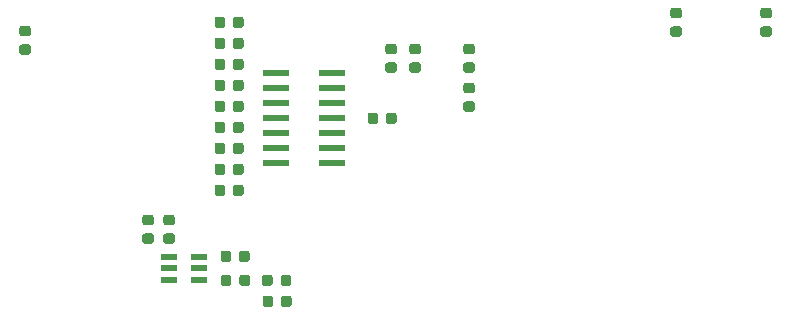
<source format=gbr>
G04 #@! TF.GenerationSoftware,KiCad,Pcbnew,(5.1.2)-1*
G04 #@! TF.CreationDate,2020-03-13T00:19:03-07:00*
G04 #@! TF.ProjectId,progrmmable-load,70726f67-726d-46d6-9162-6c652d6c6f61,rev?*
G04 #@! TF.SameCoordinates,Original*
G04 #@! TF.FileFunction,Paste,Top*
G04 #@! TF.FilePolarity,Positive*
%FSLAX46Y46*%
G04 Gerber Fmt 4.6, Leading zero omitted, Abs format (unit mm)*
G04 Created by KiCad (PCBNEW (5.1.2)-1) date 2020-03-13 00:19:03*
%MOMM*%
%LPD*%
G04 APERTURE LIST*
%ADD10C,0.100000*%
%ADD11C,0.875000*%
%ADD12R,2.184400X0.558800*%
%ADD13R,1.320800X0.558800*%
G04 APERTURE END LIST*
D10*
G36*
X174013691Y-107615053D02*
G01*
X174034926Y-107618203D01*
X174055750Y-107623419D01*
X174075962Y-107630651D01*
X174095368Y-107639830D01*
X174113781Y-107650866D01*
X174131024Y-107663654D01*
X174146930Y-107678070D01*
X174161346Y-107693976D01*
X174174134Y-107711219D01*
X174185170Y-107729632D01*
X174194349Y-107749038D01*
X174201581Y-107769250D01*
X174206797Y-107790074D01*
X174209947Y-107811309D01*
X174211000Y-107832750D01*
X174211000Y-108270250D01*
X174209947Y-108291691D01*
X174206797Y-108312926D01*
X174201581Y-108333750D01*
X174194349Y-108353962D01*
X174185170Y-108373368D01*
X174174134Y-108391781D01*
X174161346Y-108409024D01*
X174146930Y-108424930D01*
X174131024Y-108439346D01*
X174113781Y-108452134D01*
X174095368Y-108463170D01*
X174075962Y-108472349D01*
X174055750Y-108479581D01*
X174034926Y-108484797D01*
X174013691Y-108487947D01*
X173992250Y-108489000D01*
X173479750Y-108489000D01*
X173458309Y-108487947D01*
X173437074Y-108484797D01*
X173416250Y-108479581D01*
X173396038Y-108472349D01*
X173376632Y-108463170D01*
X173358219Y-108452134D01*
X173340976Y-108439346D01*
X173325070Y-108424930D01*
X173310654Y-108409024D01*
X173297866Y-108391781D01*
X173286830Y-108373368D01*
X173277651Y-108353962D01*
X173270419Y-108333750D01*
X173265203Y-108312926D01*
X173262053Y-108291691D01*
X173261000Y-108270250D01*
X173261000Y-107832750D01*
X173262053Y-107811309D01*
X173265203Y-107790074D01*
X173270419Y-107769250D01*
X173277651Y-107749038D01*
X173286830Y-107729632D01*
X173297866Y-107711219D01*
X173310654Y-107693976D01*
X173325070Y-107678070D01*
X173340976Y-107663654D01*
X173358219Y-107650866D01*
X173376632Y-107639830D01*
X173396038Y-107630651D01*
X173416250Y-107623419D01*
X173437074Y-107618203D01*
X173458309Y-107615053D01*
X173479750Y-107614000D01*
X173992250Y-107614000D01*
X174013691Y-107615053D01*
X174013691Y-107615053D01*
G37*
D11*
X173736000Y-108051500D03*
D10*
G36*
X174013691Y-109190053D02*
G01*
X174034926Y-109193203D01*
X174055750Y-109198419D01*
X174075962Y-109205651D01*
X174095368Y-109214830D01*
X174113781Y-109225866D01*
X174131024Y-109238654D01*
X174146930Y-109253070D01*
X174161346Y-109268976D01*
X174174134Y-109286219D01*
X174185170Y-109304632D01*
X174194349Y-109324038D01*
X174201581Y-109344250D01*
X174206797Y-109365074D01*
X174209947Y-109386309D01*
X174211000Y-109407750D01*
X174211000Y-109845250D01*
X174209947Y-109866691D01*
X174206797Y-109887926D01*
X174201581Y-109908750D01*
X174194349Y-109928962D01*
X174185170Y-109948368D01*
X174174134Y-109966781D01*
X174161346Y-109984024D01*
X174146930Y-109999930D01*
X174131024Y-110014346D01*
X174113781Y-110027134D01*
X174095368Y-110038170D01*
X174075962Y-110047349D01*
X174055750Y-110054581D01*
X174034926Y-110059797D01*
X174013691Y-110062947D01*
X173992250Y-110064000D01*
X173479750Y-110064000D01*
X173458309Y-110062947D01*
X173437074Y-110059797D01*
X173416250Y-110054581D01*
X173396038Y-110047349D01*
X173376632Y-110038170D01*
X173358219Y-110027134D01*
X173340976Y-110014346D01*
X173325070Y-109999930D01*
X173310654Y-109984024D01*
X173297866Y-109966781D01*
X173286830Y-109948368D01*
X173277651Y-109928962D01*
X173270419Y-109908750D01*
X173265203Y-109887926D01*
X173262053Y-109866691D01*
X173261000Y-109845250D01*
X173261000Y-109407750D01*
X173262053Y-109386309D01*
X173265203Y-109365074D01*
X173270419Y-109344250D01*
X173277651Y-109324038D01*
X173286830Y-109304632D01*
X173297866Y-109286219D01*
X173310654Y-109268976D01*
X173325070Y-109253070D01*
X173340976Y-109238654D01*
X173358219Y-109225866D01*
X173376632Y-109214830D01*
X173396038Y-109205651D01*
X173416250Y-109198419D01*
X173437074Y-109193203D01*
X173458309Y-109190053D01*
X173479750Y-109189000D01*
X173992250Y-109189000D01*
X174013691Y-109190053D01*
X174013691Y-109190053D01*
G37*
D11*
X173736000Y-109626500D03*
D10*
G36*
X166393691Y-107615053D02*
G01*
X166414926Y-107618203D01*
X166435750Y-107623419D01*
X166455962Y-107630651D01*
X166475368Y-107639830D01*
X166493781Y-107650866D01*
X166511024Y-107663654D01*
X166526930Y-107678070D01*
X166541346Y-107693976D01*
X166554134Y-107711219D01*
X166565170Y-107729632D01*
X166574349Y-107749038D01*
X166581581Y-107769250D01*
X166586797Y-107790074D01*
X166589947Y-107811309D01*
X166591000Y-107832750D01*
X166591000Y-108270250D01*
X166589947Y-108291691D01*
X166586797Y-108312926D01*
X166581581Y-108333750D01*
X166574349Y-108353962D01*
X166565170Y-108373368D01*
X166554134Y-108391781D01*
X166541346Y-108409024D01*
X166526930Y-108424930D01*
X166511024Y-108439346D01*
X166493781Y-108452134D01*
X166475368Y-108463170D01*
X166455962Y-108472349D01*
X166435750Y-108479581D01*
X166414926Y-108484797D01*
X166393691Y-108487947D01*
X166372250Y-108489000D01*
X165859750Y-108489000D01*
X165838309Y-108487947D01*
X165817074Y-108484797D01*
X165796250Y-108479581D01*
X165776038Y-108472349D01*
X165756632Y-108463170D01*
X165738219Y-108452134D01*
X165720976Y-108439346D01*
X165705070Y-108424930D01*
X165690654Y-108409024D01*
X165677866Y-108391781D01*
X165666830Y-108373368D01*
X165657651Y-108353962D01*
X165650419Y-108333750D01*
X165645203Y-108312926D01*
X165642053Y-108291691D01*
X165641000Y-108270250D01*
X165641000Y-107832750D01*
X165642053Y-107811309D01*
X165645203Y-107790074D01*
X165650419Y-107769250D01*
X165657651Y-107749038D01*
X165666830Y-107729632D01*
X165677866Y-107711219D01*
X165690654Y-107693976D01*
X165705070Y-107678070D01*
X165720976Y-107663654D01*
X165738219Y-107650866D01*
X165756632Y-107639830D01*
X165776038Y-107630651D01*
X165796250Y-107623419D01*
X165817074Y-107618203D01*
X165838309Y-107615053D01*
X165859750Y-107614000D01*
X166372250Y-107614000D01*
X166393691Y-107615053D01*
X166393691Y-107615053D01*
G37*
D11*
X166116000Y-108051500D03*
D10*
G36*
X166393691Y-109190053D02*
G01*
X166414926Y-109193203D01*
X166435750Y-109198419D01*
X166455962Y-109205651D01*
X166475368Y-109214830D01*
X166493781Y-109225866D01*
X166511024Y-109238654D01*
X166526930Y-109253070D01*
X166541346Y-109268976D01*
X166554134Y-109286219D01*
X166565170Y-109304632D01*
X166574349Y-109324038D01*
X166581581Y-109344250D01*
X166586797Y-109365074D01*
X166589947Y-109386309D01*
X166591000Y-109407750D01*
X166591000Y-109845250D01*
X166589947Y-109866691D01*
X166586797Y-109887926D01*
X166581581Y-109908750D01*
X166574349Y-109928962D01*
X166565170Y-109948368D01*
X166554134Y-109966781D01*
X166541346Y-109984024D01*
X166526930Y-109999930D01*
X166511024Y-110014346D01*
X166493781Y-110027134D01*
X166475368Y-110038170D01*
X166455962Y-110047349D01*
X166435750Y-110054581D01*
X166414926Y-110059797D01*
X166393691Y-110062947D01*
X166372250Y-110064000D01*
X165859750Y-110064000D01*
X165838309Y-110062947D01*
X165817074Y-110059797D01*
X165796250Y-110054581D01*
X165776038Y-110047349D01*
X165756632Y-110038170D01*
X165738219Y-110027134D01*
X165720976Y-110014346D01*
X165705070Y-109999930D01*
X165690654Y-109984024D01*
X165677866Y-109966781D01*
X165666830Y-109948368D01*
X165657651Y-109928962D01*
X165650419Y-109908750D01*
X165645203Y-109887926D01*
X165642053Y-109866691D01*
X165641000Y-109845250D01*
X165641000Y-109407750D01*
X165642053Y-109386309D01*
X165645203Y-109365074D01*
X165650419Y-109344250D01*
X165657651Y-109324038D01*
X165666830Y-109304632D01*
X165677866Y-109286219D01*
X165690654Y-109268976D01*
X165705070Y-109253070D01*
X165720976Y-109238654D01*
X165738219Y-109225866D01*
X165756632Y-109214830D01*
X165776038Y-109205651D01*
X165796250Y-109198419D01*
X165817074Y-109193203D01*
X165838309Y-109190053D01*
X165859750Y-109189000D01*
X166372250Y-109189000D01*
X166393691Y-109190053D01*
X166393691Y-109190053D01*
G37*
D11*
X166116000Y-109626500D03*
D12*
X132257800Y-120777000D03*
X132257800Y-119507000D03*
X132257800Y-118237000D03*
X132257800Y-116967000D03*
X132257800Y-115697000D03*
X132257800Y-114427000D03*
X132257800Y-113157000D03*
X136982200Y-113157000D03*
X136982200Y-114427000D03*
X136982200Y-115697000D03*
X136982200Y-116967000D03*
X136982200Y-118237000D03*
X136982200Y-119507000D03*
X136982200Y-120777000D03*
D13*
X123164600Y-130617009D03*
X123164600Y-129667000D03*
X123164600Y-128716991D03*
X125755400Y-128716991D03*
X125755400Y-129667000D03*
X125755400Y-130617009D03*
D10*
G36*
X129297691Y-117255053D02*
G01*
X129318926Y-117258203D01*
X129339750Y-117263419D01*
X129359962Y-117270651D01*
X129379368Y-117279830D01*
X129397781Y-117290866D01*
X129415024Y-117303654D01*
X129430930Y-117318070D01*
X129445346Y-117333976D01*
X129458134Y-117351219D01*
X129469170Y-117369632D01*
X129478349Y-117389038D01*
X129485581Y-117409250D01*
X129490797Y-117430074D01*
X129493947Y-117451309D01*
X129495000Y-117472750D01*
X129495000Y-117985250D01*
X129493947Y-118006691D01*
X129490797Y-118027926D01*
X129485581Y-118048750D01*
X129478349Y-118068962D01*
X129469170Y-118088368D01*
X129458134Y-118106781D01*
X129445346Y-118124024D01*
X129430930Y-118139930D01*
X129415024Y-118154346D01*
X129397781Y-118167134D01*
X129379368Y-118178170D01*
X129359962Y-118187349D01*
X129339750Y-118194581D01*
X129318926Y-118199797D01*
X129297691Y-118202947D01*
X129276250Y-118204000D01*
X128838750Y-118204000D01*
X128817309Y-118202947D01*
X128796074Y-118199797D01*
X128775250Y-118194581D01*
X128755038Y-118187349D01*
X128735632Y-118178170D01*
X128717219Y-118167134D01*
X128699976Y-118154346D01*
X128684070Y-118139930D01*
X128669654Y-118124024D01*
X128656866Y-118106781D01*
X128645830Y-118088368D01*
X128636651Y-118068962D01*
X128629419Y-118048750D01*
X128624203Y-118027926D01*
X128621053Y-118006691D01*
X128620000Y-117985250D01*
X128620000Y-117472750D01*
X128621053Y-117451309D01*
X128624203Y-117430074D01*
X128629419Y-117409250D01*
X128636651Y-117389038D01*
X128645830Y-117369632D01*
X128656866Y-117351219D01*
X128669654Y-117333976D01*
X128684070Y-117318070D01*
X128699976Y-117303654D01*
X128717219Y-117290866D01*
X128735632Y-117279830D01*
X128755038Y-117270651D01*
X128775250Y-117263419D01*
X128796074Y-117258203D01*
X128817309Y-117255053D01*
X128838750Y-117254000D01*
X129276250Y-117254000D01*
X129297691Y-117255053D01*
X129297691Y-117255053D01*
G37*
D11*
X129057500Y-117729000D03*
D10*
G36*
X127722691Y-117255053D02*
G01*
X127743926Y-117258203D01*
X127764750Y-117263419D01*
X127784962Y-117270651D01*
X127804368Y-117279830D01*
X127822781Y-117290866D01*
X127840024Y-117303654D01*
X127855930Y-117318070D01*
X127870346Y-117333976D01*
X127883134Y-117351219D01*
X127894170Y-117369632D01*
X127903349Y-117389038D01*
X127910581Y-117409250D01*
X127915797Y-117430074D01*
X127918947Y-117451309D01*
X127920000Y-117472750D01*
X127920000Y-117985250D01*
X127918947Y-118006691D01*
X127915797Y-118027926D01*
X127910581Y-118048750D01*
X127903349Y-118068962D01*
X127894170Y-118088368D01*
X127883134Y-118106781D01*
X127870346Y-118124024D01*
X127855930Y-118139930D01*
X127840024Y-118154346D01*
X127822781Y-118167134D01*
X127804368Y-118178170D01*
X127784962Y-118187349D01*
X127764750Y-118194581D01*
X127743926Y-118199797D01*
X127722691Y-118202947D01*
X127701250Y-118204000D01*
X127263750Y-118204000D01*
X127242309Y-118202947D01*
X127221074Y-118199797D01*
X127200250Y-118194581D01*
X127180038Y-118187349D01*
X127160632Y-118178170D01*
X127142219Y-118167134D01*
X127124976Y-118154346D01*
X127109070Y-118139930D01*
X127094654Y-118124024D01*
X127081866Y-118106781D01*
X127070830Y-118088368D01*
X127061651Y-118068962D01*
X127054419Y-118048750D01*
X127049203Y-118027926D01*
X127046053Y-118006691D01*
X127045000Y-117985250D01*
X127045000Y-117472750D01*
X127046053Y-117451309D01*
X127049203Y-117430074D01*
X127054419Y-117409250D01*
X127061651Y-117389038D01*
X127070830Y-117369632D01*
X127081866Y-117351219D01*
X127094654Y-117333976D01*
X127109070Y-117318070D01*
X127124976Y-117303654D01*
X127142219Y-117290866D01*
X127160632Y-117279830D01*
X127180038Y-117270651D01*
X127200250Y-117263419D01*
X127221074Y-117258203D01*
X127242309Y-117255053D01*
X127263750Y-117254000D01*
X127701250Y-117254000D01*
X127722691Y-117255053D01*
X127722691Y-117255053D01*
G37*
D11*
X127482500Y-117729000D03*
D10*
G36*
X129831191Y-130209053D02*
G01*
X129852426Y-130212203D01*
X129873250Y-130217419D01*
X129893462Y-130224651D01*
X129912868Y-130233830D01*
X129931281Y-130244866D01*
X129948524Y-130257654D01*
X129964430Y-130272070D01*
X129978846Y-130287976D01*
X129991634Y-130305219D01*
X130002670Y-130323632D01*
X130011849Y-130343038D01*
X130019081Y-130363250D01*
X130024297Y-130384074D01*
X130027447Y-130405309D01*
X130028500Y-130426750D01*
X130028500Y-130939250D01*
X130027447Y-130960691D01*
X130024297Y-130981926D01*
X130019081Y-131002750D01*
X130011849Y-131022962D01*
X130002670Y-131042368D01*
X129991634Y-131060781D01*
X129978846Y-131078024D01*
X129964430Y-131093930D01*
X129948524Y-131108346D01*
X129931281Y-131121134D01*
X129912868Y-131132170D01*
X129893462Y-131141349D01*
X129873250Y-131148581D01*
X129852426Y-131153797D01*
X129831191Y-131156947D01*
X129809750Y-131158000D01*
X129372250Y-131158000D01*
X129350809Y-131156947D01*
X129329574Y-131153797D01*
X129308750Y-131148581D01*
X129288538Y-131141349D01*
X129269132Y-131132170D01*
X129250719Y-131121134D01*
X129233476Y-131108346D01*
X129217570Y-131093930D01*
X129203154Y-131078024D01*
X129190366Y-131060781D01*
X129179330Y-131042368D01*
X129170151Y-131022962D01*
X129162919Y-131002750D01*
X129157703Y-130981926D01*
X129154553Y-130960691D01*
X129153500Y-130939250D01*
X129153500Y-130426750D01*
X129154553Y-130405309D01*
X129157703Y-130384074D01*
X129162919Y-130363250D01*
X129170151Y-130343038D01*
X129179330Y-130323632D01*
X129190366Y-130305219D01*
X129203154Y-130287976D01*
X129217570Y-130272070D01*
X129233476Y-130257654D01*
X129250719Y-130244866D01*
X129269132Y-130233830D01*
X129288538Y-130224651D01*
X129308750Y-130217419D01*
X129329574Y-130212203D01*
X129350809Y-130209053D01*
X129372250Y-130208000D01*
X129809750Y-130208000D01*
X129831191Y-130209053D01*
X129831191Y-130209053D01*
G37*
D11*
X129591000Y-130683000D03*
D10*
G36*
X128256191Y-130209053D02*
G01*
X128277426Y-130212203D01*
X128298250Y-130217419D01*
X128318462Y-130224651D01*
X128337868Y-130233830D01*
X128356281Y-130244866D01*
X128373524Y-130257654D01*
X128389430Y-130272070D01*
X128403846Y-130287976D01*
X128416634Y-130305219D01*
X128427670Y-130323632D01*
X128436849Y-130343038D01*
X128444081Y-130363250D01*
X128449297Y-130384074D01*
X128452447Y-130405309D01*
X128453500Y-130426750D01*
X128453500Y-130939250D01*
X128452447Y-130960691D01*
X128449297Y-130981926D01*
X128444081Y-131002750D01*
X128436849Y-131022962D01*
X128427670Y-131042368D01*
X128416634Y-131060781D01*
X128403846Y-131078024D01*
X128389430Y-131093930D01*
X128373524Y-131108346D01*
X128356281Y-131121134D01*
X128337868Y-131132170D01*
X128318462Y-131141349D01*
X128298250Y-131148581D01*
X128277426Y-131153797D01*
X128256191Y-131156947D01*
X128234750Y-131158000D01*
X127797250Y-131158000D01*
X127775809Y-131156947D01*
X127754574Y-131153797D01*
X127733750Y-131148581D01*
X127713538Y-131141349D01*
X127694132Y-131132170D01*
X127675719Y-131121134D01*
X127658476Y-131108346D01*
X127642570Y-131093930D01*
X127628154Y-131078024D01*
X127615366Y-131060781D01*
X127604330Y-131042368D01*
X127595151Y-131022962D01*
X127587919Y-131002750D01*
X127582703Y-130981926D01*
X127579553Y-130960691D01*
X127578500Y-130939250D01*
X127578500Y-130426750D01*
X127579553Y-130405309D01*
X127582703Y-130384074D01*
X127587919Y-130363250D01*
X127595151Y-130343038D01*
X127604330Y-130323632D01*
X127615366Y-130305219D01*
X127628154Y-130287976D01*
X127642570Y-130272070D01*
X127658476Y-130257654D01*
X127675719Y-130244866D01*
X127694132Y-130233830D01*
X127713538Y-130224651D01*
X127733750Y-130217419D01*
X127754574Y-130212203D01*
X127775809Y-130209053D01*
X127797250Y-130208000D01*
X128234750Y-130208000D01*
X128256191Y-130209053D01*
X128256191Y-130209053D01*
G37*
D11*
X128016000Y-130683000D03*
D10*
G36*
X129297691Y-122589053D02*
G01*
X129318926Y-122592203D01*
X129339750Y-122597419D01*
X129359962Y-122604651D01*
X129379368Y-122613830D01*
X129397781Y-122624866D01*
X129415024Y-122637654D01*
X129430930Y-122652070D01*
X129445346Y-122667976D01*
X129458134Y-122685219D01*
X129469170Y-122703632D01*
X129478349Y-122723038D01*
X129485581Y-122743250D01*
X129490797Y-122764074D01*
X129493947Y-122785309D01*
X129495000Y-122806750D01*
X129495000Y-123319250D01*
X129493947Y-123340691D01*
X129490797Y-123361926D01*
X129485581Y-123382750D01*
X129478349Y-123402962D01*
X129469170Y-123422368D01*
X129458134Y-123440781D01*
X129445346Y-123458024D01*
X129430930Y-123473930D01*
X129415024Y-123488346D01*
X129397781Y-123501134D01*
X129379368Y-123512170D01*
X129359962Y-123521349D01*
X129339750Y-123528581D01*
X129318926Y-123533797D01*
X129297691Y-123536947D01*
X129276250Y-123538000D01*
X128838750Y-123538000D01*
X128817309Y-123536947D01*
X128796074Y-123533797D01*
X128775250Y-123528581D01*
X128755038Y-123521349D01*
X128735632Y-123512170D01*
X128717219Y-123501134D01*
X128699976Y-123488346D01*
X128684070Y-123473930D01*
X128669654Y-123458024D01*
X128656866Y-123440781D01*
X128645830Y-123422368D01*
X128636651Y-123402962D01*
X128629419Y-123382750D01*
X128624203Y-123361926D01*
X128621053Y-123340691D01*
X128620000Y-123319250D01*
X128620000Y-122806750D01*
X128621053Y-122785309D01*
X128624203Y-122764074D01*
X128629419Y-122743250D01*
X128636651Y-122723038D01*
X128645830Y-122703632D01*
X128656866Y-122685219D01*
X128669654Y-122667976D01*
X128684070Y-122652070D01*
X128699976Y-122637654D01*
X128717219Y-122624866D01*
X128735632Y-122613830D01*
X128755038Y-122604651D01*
X128775250Y-122597419D01*
X128796074Y-122592203D01*
X128817309Y-122589053D01*
X128838750Y-122588000D01*
X129276250Y-122588000D01*
X129297691Y-122589053D01*
X129297691Y-122589053D01*
G37*
D11*
X129057500Y-123063000D03*
D10*
G36*
X127722691Y-122589053D02*
G01*
X127743926Y-122592203D01*
X127764750Y-122597419D01*
X127784962Y-122604651D01*
X127804368Y-122613830D01*
X127822781Y-122624866D01*
X127840024Y-122637654D01*
X127855930Y-122652070D01*
X127870346Y-122667976D01*
X127883134Y-122685219D01*
X127894170Y-122703632D01*
X127903349Y-122723038D01*
X127910581Y-122743250D01*
X127915797Y-122764074D01*
X127918947Y-122785309D01*
X127920000Y-122806750D01*
X127920000Y-123319250D01*
X127918947Y-123340691D01*
X127915797Y-123361926D01*
X127910581Y-123382750D01*
X127903349Y-123402962D01*
X127894170Y-123422368D01*
X127883134Y-123440781D01*
X127870346Y-123458024D01*
X127855930Y-123473930D01*
X127840024Y-123488346D01*
X127822781Y-123501134D01*
X127804368Y-123512170D01*
X127784962Y-123521349D01*
X127764750Y-123528581D01*
X127743926Y-123533797D01*
X127722691Y-123536947D01*
X127701250Y-123538000D01*
X127263750Y-123538000D01*
X127242309Y-123536947D01*
X127221074Y-123533797D01*
X127200250Y-123528581D01*
X127180038Y-123521349D01*
X127160632Y-123512170D01*
X127142219Y-123501134D01*
X127124976Y-123488346D01*
X127109070Y-123473930D01*
X127094654Y-123458024D01*
X127081866Y-123440781D01*
X127070830Y-123422368D01*
X127061651Y-123402962D01*
X127054419Y-123382750D01*
X127049203Y-123361926D01*
X127046053Y-123340691D01*
X127045000Y-123319250D01*
X127045000Y-122806750D01*
X127046053Y-122785309D01*
X127049203Y-122764074D01*
X127054419Y-122743250D01*
X127061651Y-122723038D01*
X127070830Y-122703632D01*
X127081866Y-122685219D01*
X127094654Y-122667976D01*
X127109070Y-122652070D01*
X127124976Y-122637654D01*
X127142219Y-122624866D01*
X127160632Y-122613830D01*
X127180038Y-122604651D01*
X127200250Y-122597419D01*
X127221074Y-122592203D01*
X127242309Y-122589053D01*
X127263750Y-122588000D01*
X127701250Y-122588000D01*
X127722691Y-122589053D01*
X127722691Y-122589053D01*
G37*
D11*
X127482500Y-123063000D03*
D10*
G36*
X131761191Y-130209053D02*
G01*
X131782426Y-130212203D01*
X131803250Y-130217419D01*
X131823462Y-130224651D01*
X131842868Y-130233830D01*
X131861281Y-130244866D01*
X131878524Y-130257654D01*
X131894430Y-130272070D01*
X131908846Y-130287976D01*
X131921634Y-130305219D01*
X131932670Y-130323632D01*
X131941849Y-130343038D01*
X131949081Y-130363250D01*
X131954297Y-130384074D01*
X131957447Y-130405309D01*
X131958500Y-130426750D01*
X131958500Y-130939250D01*
X131957447Y-130960691D01*
X131954297Y-130981926D01*
X131949081Y-131002750D01*
X131941849Y-131022962D01*
X131932670Y-131042368D01*
X131921634Y-131060781D01*
X131908846Y-131078024D01*
X131894430Y-131093930D01*
X131878524Y-131108346D01*
X131861281Y-131121134D01*
X131842868Y-131132170D01*
X131823462Y-131141349D01*
X131803250Y-131148581D01*
X131782426Y-131153797D01*
X131761191Y-131156947D01*
X131739750Y-131158000D01*
X131302250Y-131158000D01*
X131280809Y-131156947D01*
X131259574Y-131153797D01*
X131238750Y-131148581D01*
X131218538Y-131141349D01*
X131199132Y-131132170D01*
X131180719Y-131121134D01*
X131163476Y-131108346D01*
X131147570Y-131093930D01*
X131133154Y-131078024D01*
X131120366Y-131060781D01*
X131109330Y-131042368D01*
X131100151Y-131022962D01*
X131092919Y-131002750D01*
X131087703Y-130981926D01*
X131084553Y-130960691D01*
X131083500Y-130939250D01*
X131083500Y-130426750D01*
X131084553Y-130405309D01*
X131087703Y-130384074D01*
X131092919Y-130363250D01*
X131100151Y-130343038D01*
X131109330Y-130323632D01*
X131120366Y-130305219D01*
X131133154Y-130287976D01*
X131147570Y-130272070D01*
X131163476Y-130257654D01*
X131180719Y-130244866D01*
X131199132Y-130233830D01*
X131218538Y-130224651D01*
X131238750Y-130217419D01*
X131259574Y-130212203D01*
X131280809Y-130209053D01*
X131302250Y-130208000D01*
X131739750Y-130208000D01*
X131761191Y-130209053D01*
X131761191Y-130209053D01*
G37*
D11*
X131521000Y-130683000D03*
D10*
G36*
X133336191Y-130209053D02*
G01*
X133357426Y-130212203D01*
X133378250Y-130217419D01*
X133398462Y-130224651D01*
X133417868Y-130233830D01*
X133436281Y-130244866D01*
X133453524Y-130257654D01*
X133469430Y-130272070D01*
X133483846Y-130287976D01*
X133496634Y-130305219D01*
X133507670Y-130323632D01*
X133516849Y-130343038D01*
X133524081Y-130363250D01*
X133529297Y-130384074D01*
X133532447Y-130405309D01*
X133533500Y-130426750D01*
X133533500Y-130939250D01*
X133532447Y-130960691D01*
X133529297Y-130981926D01*
X133524081Y-131002750D01*
X133516849Y-131022962D01*
X133507670Y-131042368D01*
X133496634Y-131060781D01*
X133483846Y-131078024D01*
X133469430Y-131093930D01*
X133453524Y-131108346D01*
X133436281Y-131121134D01*
X133417868Y-131132170D01*
X133398462Y-131141349D01*
X133378250Y-131148581D01*
X133357426Y-131153797D01*
X133336191Y-131156947D01*
X133314750Y-131158000D01*
X132877250Y-131158000D01*
X132855809Y-131156947D01*
X132834574Y-131153797D01*
X132813750Y-131148581D01*
X132793538Y-131141349D01*
X132774132Y-131132170D01*
X132755719Y-131121134D01*
X132738476Y-131108346D01*
X132722570Y-131093930D01*
X132708154Y-131078024D01*
X132695366Y-131060781D01*
X132684330Y-131042368D01*
X132675151Y-131022962D01*
X132667919Y-131002750D01*
X132662703Y-130981926D01*
X132659553Y-130960691D01*
X132658500Y-130939250D01*
X132658500Y-130426750D01*
X132659553Y-130405309D01*
X132662703Y-130384074D01*
X132667919Y-130363250D01*
X132675151Y-130343038D01*
X132684330Y-130323632D01*
X132695366Y-130305219D01*
X132708154Y-130287976D01*
X132722570Y-130272070D01*
X132738476Y-130257654D01*
X132755719Y-130244866D01*
X132774132Y-130233830D01*
X132793538Y-130224651D01*
X132813750Y-130217419D01*
X132834574Y-130212203D01*
X132855809Y-130209053D01*
X132877250Y-130208000D01*
X133314750Y-130208000D01*
X133336191Y-130209053D01*
X133336191Y-130209053D01*
G37*
D11*
X133096000Y-130683000D03*
D10*
G36*
X129297691Y-115477053D02*
G01*
X129318926Y-115480203D01*
X129339750Y-115485419D01*
X129359962Y-115492651D01*
X129379368Y-115501830D01*
X129397781Y-115512866D01*
X129415024Y-115525654D01*
X129430930Y-115540070D01*
X129445346Y-115555976D01*
X129458134Y-115573219D01*
X129469170Y-115591632D01*
X129478349Y-115611038D01*
X129485581Y-115631250D01*
X129490797Y-115652074D01*
X129493947Y-115673309D01*
X129495000Y-115694750D01*
X129495000Y-116207250D01*
X129493947Y-116228691D01*
X129490797Y-116249926D01*
X129485581Y-116270750D01*
X129478349Y-116290962D01*
X129469170Y-116310368D01*
X129458134Y-116328781D01*
X129445346Y-116346024D01*
X129430930Y-116361930D01*
X129415024Y-116376346D01*
X129397781Y-116389134D01*
X129379368Y-116400170D01*
X129359962Y-116409349D01*
X129339750Y-116416581D01*
X129318926Y-116421797D01*
X129297691Y-116424947D01*
X129276250Y-116426000D01*
X128838750Y-116426000D01*
X128817309Y-116424947D01*
X128796074Y-116421797D01*
X128775250Y-116416581D01*
X128755038Y-116409349D01*
X128735632Y-116400170D01*
X128717219Y-116389134D01*
X128699976Y-116376346D01*
X128684070Y-116361930D01*
X128669654Y-116346024D01*
X128656866Y-116328781D01*
X128645830Y-116310368D01*
X128636651Y-116290962D01*
X128629419Y-116270750D01*
X128624203Y-116249926D01*
X128621053Y-116228691D01*
X128620000Y-116207250D01*
X128620000Y-115694750D01*
X128621053Y-115673309D01*
X128624203Y-115652074D01*
X128629419Y-115631250D01*
X128636651Y-115611038D01*
X128645830Y-115591632D01*
X128656866Y-115573219D01*
X128669654Y-115555976D01*
X128684070Y-115540070D01*
X128699976Y-115525654D01*
X128717219Y-115512866D01*
X128735632Y-115501830D01*
X128755038Y-115492651D01*
X128775250Y-115485419D01*
X128796074Y-115480203D01*
X128817309Y-115477053D01*
X128838750Y-115476000D01*
X129276250Y-115476000D01*
X129297691Y-115477053D01*
X129297691Y-115477053D01*
G37*
D11*
X129057500Y-115951000D03*
D10*
G36*
X127722691Y-115477053D02*
G01*
X127743926Y-115480203D01*
X127764750Y-115485419D01*
X127784962Y-115492651D01*
X127804368Y-115501830D01*
X127822781Y-115512866D01*
X127840024Y-115525654D01*
X127855930Y-115540070D01*
X127870346Y-115555976D01*
X127883134Y-115573219D01*
X127894170Y-115591632D01*
X127903349Y-115611038D01*
X127910581Y-115631250D01*
X127915797Y-115652074D01*
X127918947Y-115673309D01*
X127920000Y-115694750D01*
X127920000Y-116207250D01*
X127918947Y-116228691D01*
X127915797Y-116249926D01*
X127910581Y-116270750D01*
X127903349Y-116290962D01*
X127894170Y-116310368D01*
X127883134Y-116328781D01*
X127870346Y-116346024D01*
X127855930Y-116361930D01*
X127840024Y-116376346D01*
X127822781Y-116389134D01*
X127804368Y-116400170D01*
X127784962Y-116409349D01*
X127764750Y-116416581D01*
X127743926Y-116421797D01*
X127722691Y-116424947D01*
X127701250Y-116426000D01*
X127263750Y-116426000D01*
X127242309Y-116424947D01*
X127221074Y-116421797D01*
X127200250Y-116416581D01*
X127180038Y-116409349D01*
X127160632Y-116400170D01*
X127142219Y-116389134D01*
X127124976Y-116376346D01*
X127109070Y-116361930D01*
X127094654Y-116346024D01*
X127081866Y-116328781D01*
X127070830Y-116310368D01*
X127061651Y-116290962D01*
X127054419Y-116270750D01*
X127049203Y-116249926D01*
X127046053Y-116228691D01*
X127045000Y-116207250D01*
X127045000Y-115694750D01*
X127046053Y-115673309D01*
X127049203Y-115652074D01*
X127054419Y-115631250D01*
X127061651Y-115611038D01*
X127070830Y-115591632D01*
X127081866Y-115573219D01*
X127094654Y-115555976D01*
X127109070Y-115540070D01*
X127124976Y-115525654D01*
X127142219Y-115512866D01*
X127160632Y-115501830D01*
X127180038Y-115492651D01*
X127200250Y-115485419D01*
X127221074Y-115480203D01*
X127242309Y-115477053D01*
X127263750Y-115476000D01*
X127701250Y-115476000D01*
X127722691Y-115477053D01*
X127722691Y-115477053D01*
G37*
D11*
X127482500Y-115951000D03*
D10*
G36*
X129297691Y-119033053D02*
G01*
X129318926Y-119036203D01*
X129339750Y-119041419D01*
X129359962Y-119048651D01*
X129379368Y-119057830D01*
X129397781Y-119068866D01*
X129415024Y-119081654D01*
X129430930Y-119096070D01*
X129445346Y-119111976D01*
X129458134Y-119129219D01*
X129469170Y-119147632D01*
X129478349Y-119167038D01*
X129485581Y-119187250D01*
X129490797Y-119208074D01*
X129493947Y-119229309D01*
X129495000Y-119250750D01*
X129495000Y-119763250D01*
X129493947Y-119784691D01*
X129490797Y-119805926D01*
X129485581Y-119826750D01*
X129478349Y-119846962D01*
X129469170Y-119866368D01*
X129458134Y-119884781D01*
X129445346Y-119902024D01*
X129430930Y-119917930D01*
X129415024Y-119932346D01*
X129397781Y-119945134D01*
X129379368Y-119956170D01*
X129359962Y-119965349D01*
X129339750Y-119972581D01*
X129318926Y-119977797D01*
X129297691Y-119980947D01*
X129276250Y-119982000D01*
X128838750Y-119982000D01*
X128817309Y-119980947D01*
X128796074Y-119977797D01*
X128775250Y-119972581D01*
X128755038Y-119965349D01*
X128735632Y-119956170D01*
X128717219Y-119945134D01*
X128699976Y-119932346D01*
X128684070Y-119917930D01*
X128669654Y-119902024D01*
X128656866Y-119884781D01*
X128645830Y-119866368D01*
X128636651Y-119846962D01*
X128629419Y-119826750D01*
X128624203Y-119805926D01*
X128621053Y-119784691D01*
X128620000Y-119763250D01*
X128620000Y-119250750D01*
X128621053Y-119229309D01*
X128624203Y-119208074D01*
X128629419Y-119187250D01*
X128636651Y-119167038D01*
X128645830Y-119147632D01*
X128656866Y-119129219D01*
X128669654Y-119111976D01*
X128684070Y-119096070D01*
X128699976Y-119081654D01*
X128717219Y-119068866D01*
X128735632Y-119057830D01*
X128755038Y-119048651D01*
X128775250Y-119041419D01*
X128796074Y-119036203D01*
X128817309Y-119033053D01*
X128838750Y-119032000D01*
X129276250Y-119032000D01*
X129297691Y-119033053D01*
X129297691Y-119033053D01*
G37*
D11*
X129057500Y-119507000D03*
D10*
G36*
X127722691Y-119033053D02*
G01*
X127743926Y-119036203D01*
X127764750Y-119041419D01*
X127784962Y-119048651D01*
X127804368Y-119057830D01*
X127822781Y-119068866D01*
X127840024Y-119081654D01*
X127855930Y-119096070D01*
X127870346Y-119111976D01*
X127883134Y-119129219D01*
X127894170Y-119147632D01*
X127903349Y-119167038D01*
X127910581Y-119187250D01*
X127915797Y-119208074D01*
X127918947Y-119229309D01*
X127920000Y-119250750D01*
X127920000Y-119763250D01*
X127918947Y-119784691D01*
X127915797Y-119805926D01*
X127910581Y-119826750D01*
X127903349Y-119846962D01*
X127894170Y-119866368D01*
X127883134Y-119884781D01*
X127870346Y-119902024D01*
X127855930Y-119917930D01*
X127840024Y-119932346D01*
X127822781Y-119945134D01*
X127804368Y-119956170D01*
X127784962Y-119965349D01*
X127764750Y-119972581D01*
X127743926Y-119977797D01*
X127722691Y-119980947D01*
X127701250Y-119982000D01*
X127263750Y-119982000D01*
X127242309Y-119980947D01*
X127221074Y-119977797D01*
X127200250Y-119972581D01*
X127180038Y-119965349D01*
X127160632Y-119956170D01*
X127142219Y-119945134D01*
X127124976Y-119932346D01*
X127109070Y-119917930D01*
X127094654Y-119902024D01*
X127081866Y-119884781D01*
X127070830Y-119866368D01*
X127061651Y-119846962D01*
X127054419Y-119826750D01*
X127049203Y-119805926D01*
X127046053Y-119784691D01*
X127045000Y-119763250D01*
X127045000Y-119250750D01*
X127046053Y-119229309D01*
X127049203Y-119208074D01*
X127054419Y-119187250D01*
X127061651Y-119167038D01*
X127070830Y-119147632D01*
X127081866Y-119129219D01*
X127094654Y-119111976D01*
X127109070Y-119096070D01*
X127124976Y-119081654D01*
X127142219Y-119068866D01*
X127160632Y-119057830D01*
X127180038Y-119048651D01*
X127200250Y-119041419D01*
X127221074Y-119036203D01*
X127242309Y-119033053D01*
X127263750Y-119032000D01*
X127701250Y-119032000D01*
X127722691Y-119033053D01*
X127722691Y-119033053D01*
G37*
D11*
X127482500Y-119507000D03*
D10*
G36*
X129297691Y-113699053D02*
G01*
X129318926Y-113702203D01*
X129339750Y-113707419D01*
X129359962Y-113714651D01*
X129379368Y-113723830D01*
X129397781Y-113734866D01*
X129415024Y-113747654D01*
X129430930Y-113762070D01*
X129445346Y-113777976D01*
X129458134Y-113795219D01*
X129469170Y-113813632D01*
X129478349Y-113833038D01*
X129485581Y-113853250D01*
X129490797Y-113874074D01*
X129493947Y-113895309D01*
X129495000Y-113916750D01*
X129495000Y-114429250D01*
X129493947Y-114450691D01*
X129490797Y-114471926D01*
X129485581Y-114492750D01*
X129478349Y-114512962D01*
X129469170Y-114532368D01*
X129458134Y-114550781D01*
X129445346Y-114568024D01*
X129430930Y-114583930D01*
X129415024Y-114598346D01*
X129397781Y-114611134D01*
X129379368Y-114622170D01*
X129359962Y-114631349D01*
X129339750Y-114638581D01*
X129318926Y-114643797D01*
X129297691Y-114646947D01*
X129276250Y-114648000D01*
X128838750Y-114648000D01*
X128817309Y-114646947D01*
X128796074Y-114643797D01*
X128775250Y-114638581D01*
X128755038Y-114631349D01*
X128735632Y-114622170D01*
X128717219Y-114611134D01*
X128699976Y-114598346D01*
X128684070Y-114583930D01*
X128669654Y-114568024D01*
X128656866Y-114550781D01*
X128645830Y-114532368D01*
X128636651Y-114512962D01*
X128629419Y-114492750D01*
X128624203Y-114471926D01*
X128621053Y-114450691D01*
X128620000Y-114429250D01*
X128620000Y-113916750D01*
X128621053Y-113895309D01*
X128624203Y-113874074D01*
X128629419Y-113853250D01*
X128636651Y-113833038D01*
X128645830Y-113813632D01*
X128656866Y-113795219D01*
X128669654Y-113777976D01*
X128684070Y-113762070D01*
X128699976Y-113747654D01*
X128717219Y-113734866D01*
X128735632Y-113723830D01*
X128755038Y-113714651D01*
X128775250Y-113707419D01*
X128796074Y-113702203D01*
X128817309Y-113699053D01*
X128838750Y-113698000D01*
X129276250Y-113698000D01*
X129297691Y-113699053D01*
X129297691Y-113699053D01*
G37*
D11*
X129057500Y-114173000D03*
D10*
G36*
X127722691Y-113699053D02*
G01*
X127743926Y-113702203D01*
X127764750Y-113707419D01*
X127784962Y-113714651D01*
X127804368Y-113723830D01*
X127822781Y-113734866D01*
X127840024Y-113747654D01*
X127855930Y-113762070D01*
X127870346Y-113777976D01*
X127883134Y-113795219D01*
X127894170Y-113813632D01*
X127903349Y-113833038D01*
X127910581Y-113853250D01*
X127915797Y-113874074D01*
X127918947Y-113895309D01*
X127920000Y-113916750D01*
X127920000Y-114429250D01*
X127918947Y-114450691D01*
X127915797Y-114471926D01*
X127910581Y-114492750D01*
X127903349Y-114512962D01*
X127894170Y-114532368D01*
X127883134Y-114550781D01*
X127870346Y-114568024D01*
X127855930Y-114583930D01*
X127840024Y-114598346D01*
X127822781Y-114611134D01*
X127804368Y-114622170D01*
X127784962Y-114631349D01*
X127764750Y-114638581D01*
X127743926Y-114643797D01*
X127722691Y-114646947D01*
X127701250Y-114648000D01*
X127263750Y-114648000D01*
X127242309Y-114646947D01*
X127221074Y-114643797D01*
X127200250Y-114638581D01*
X127180038Y-114631349D01*
X127160632Y-114622170D01*
X127142219Y-114611134D01*
X127124976Y-114598346D01*
X127109070Y-114583930D01*
X127094654Y-114568024D01*
X127081866Y-114550781D01*
X127070830Y-114532368D01*
X127061651Y-114512962D01*
X127054419Y-114492750D01*
X127049203Y-114471926D01*
X127046053Y-114450691D01*
X127045000Y-114429250D01*
X127045000Y-113916750D01*
X127046053Y-113895309D01*
X127049203Y-113874074D01*
X127054419Y-113853250D01*
X127061651Y-113833038D01*
X127070830Y-113813632D01*
X127081866Y-113795219D01*
X127094654Y-113777976D01*
X127109070Y-113762070D01*
X127124976Y-113747654D01*
X127142219Y-113734866D01*
X127160632Y-113723830D01*
X127180038Y-113714651D01*
X127200250Y-113707419D01*
X127221074Y-113702203D01*
X127242309Y-113699053D01*
X127263750Y-113698000D01*
X127701250Y-113698000D01*
X127722691Y-113699053D01*
X127722691Y-113699053D01*
G37*
D11*
X127482500Y-114173000D03*
D10*
G36*
X129297691Y-111921053D02*
G01*
X129318926Y-111924203D01*
X129339750Y-111929419D01*
X129359962Y-111936651D01*
X129379368Y-111945830D01*
X129397781Y-111956866D01*
X129415024Y-111969654D01*
X129430930Y-111984070D01*
X129445346Y-111999976D01*
X129458134Y-112017219D01*
X129469170Y-112035632D01*
X129478349Y-112055038D01*
X129485581Y-112075250D01*
X129490797Y-112096074D01*
X129493947Y-112117309D01*
X129495000Y-112138750D01*
X129495000Y-112651250D01*
X129493947Y-112672691D01*
X129490797Y-112693926D01*
X129485581Y-112714750D01*
X129478349Y-112734962D01*
X129469170Y-112754368D01*
X129458134Y-112772781D01*
X129445346Y-112790024D01*
X129430930Y-112805930D01*
X129415024Y-112820346D01*
X129397781Y-112833134D01*
X129379368Y-112844170D01*
X129359962Y-112853349D01*
X129339750Y-112860581D01*
X129318926Y-112865797D01*
X129297691Y-112868947D01*
X129276250Y-112870000D01*
X128838750Y-112870000D01*
X128817309Y-112868947D01*
X128796074Y-112865797D01*
X128775250Y-112860581D01*
X128755038Y-112853349D01*
X128735632Y-112844170D01*
X128717219Y-112833134D01*
X128699976Y-112820346D01*
X128684070Y-112805930D01*
X128669654Y-112790024D01*
X128656866Y-112772781D01*
X128645830Y-112754368D01*
X128636651Y-112734962D01*
X128629419Y-112714750D01*
X128624203Y-112693926D01*
X128621053Y-112672691D01*
X128620000Y-112651250D01*
X128620000Y-112138750D01*
X128621053Y-112117309D01*
X128624203Y-112096074D01*
X128629419Y-112075250D01*
X128636651Y-112055038D01*
X128645830Y-112035632D01*
X128656866Y-112017219D01*
X128669654Y-111999976D01*
X128684070Y-111984070D01*
X128699976Y-111969654D01*
X128717219Y-111956866D01*
X128735632Y-111945830D01*
X128755038Y-111936651D01*
X128775250Y-111929419D01*
X128796074Y-111924203D01*
X128817309Y-111921053D01*
X128838750Y-111920000D01*
X129276250Y-111920000D01*
X129297691Y-111921053D01*
X129297691Y-111921053D01*
G37*
D11*
X129057500Y-112395000D03*
D10*
G36*
X127722691Y-111921053D02*
G01*
X127743926Y-111924203D01*
X127764750Y-111929419D01*
X127784962Y-111936651D01*
X127804368Y-111945830D01*
X127822781Y-111956866D01*
X127840024Y-111969654D01*
X127855930Y-111984070D01*
X127870346Y-111999976D01*
X127883134Y-112017219D01*
X127894170Y-112035632D01*
X127903349Y-112055038D01*
X127910581Y-112075250D01*
X127915797Y-112096074D01*
X127918947Y-112117309D01*
X127920000Y-112138750D01*
X127920000Y-112651250D01*
X127918947Y-112672691D01*
X127915797Y-112693926D01*
X127910581Y-112714750D01*
X127903349Y-112734962D01*
X127894170Y-112754368D01*
X127883134Y-112772781D01*
X127870346Y-112790024D01*
X127855930Y-112805930D01*
X127840024Y-112820346D01*
X127822781Y-112833134D01*
X127804368Y-112844170D01*
X127784962Y-112853349D01*
X127764750Y-112860581D01*
X127743926Y-112865797D01*
X127722691Y-112868947D01*
X127701250Y-112870000D01*
X127263750Y-112870000D01*
X127242309Y-112868947D01*
X127221074Y-112865797D01*
X127200250Y-112860581D01*
X127180038Y-112853349D01*
X127160632Y-112844170D01*
X127142219Y-112833134D01*
X127124976Y-112820346D01*
X127109070Y-112805930D01*
X127094654Y-112790024D01*
X127081866Y-112772781D01*
X127070830Y-112754368D01*
X127061651Y-112734962D01*
X127054419Y-112714750D01*
X127049203Y-112693926D01*
X127046053Y-112672691D01*
X127045000Y-112651250D01*
X127045000Y-112138750D01*
X127046053Y-112117309D01*
X127049203Y-112096074D01*
X127054419Y-112075250D01*
X127061651Y-112055038D01*
X127070830Y-112035632D01*
X127081866Y-112017219D01*
X127094654Y-111999976D01*
X127109070Y-111984070D01*
X127124976Y-111969654D01*
X127142219Y-111956866D01*
X127160632Y-111945830D01*
X127180038Y-111936651D01*
X127200250Y-111929419D01*
X127221074Y-111924203D01*
X127242309Y-111921053D01*
X127263750Y-111920000D01*
X127701250Y-111920000D01*
X127722691Y-111921053D01*
X127722691Y-111921053D01*
G37*
D11*
X127482500Y-112395000D03*
D10*
G36*
X127722691Y-110143053D02*
G01*
X127743926Y-110146203D01*
X127764750Y-110151419D01*
X127784962Y-110158651D01*
X127804368Y-110167830D01*
X127822781Y-110178866D01*
X127840024Y-110191654D01*
X127855930Y-110206070D01*
X127870346Y-110221976D01*
X127883134Y-110239219D01*
X127894170Y-110257632D01*
X127903349Y-110277038D01*
X127910581Y-110297250D01*
X127915797Y-110318074D01*
X127918947Y-110339309D01*
X127920000Y-110360750D01*
X127920000Y-110873250D01*
X127918947Y-110894691D01*
X127915797Y-110915926D01*
X127910581Y-110936750D01*
X127903349Y-110956962D01*
X127894170Y-110976368D01*
X127883134Y-110994781D01*
X127870346Y-111012024D01*
X127855930Y-111027930D01*
X127840024Y-111042346D01*
X127822781Y-111055134D01*
X127804368Y-111066170D01*
X127784962Y-111075349D01*
X127764750Y-111082581D01*
X127743926Y-111087797D01*
X127722691Y-111090947D01*
X127701250Y-111092000D01*
X127263750Y-111092000D01*
X127242309Y-111090947D01*
X127221074Y-111087797D01*
X127200250Y-111082581D01*
X127180038Y-111075349D01*
X127160632Y-111066170D01*
X127142219Y-111055134D01*
X127124976Y-111042346D01*
X127109070Y-111027930D01*
X127094654Y-111012024D01*
X127081866Y-110994781D01*
X127070830Y-110976368D01*
X127061651Y-110956962D01*
X127054419Y-110936750D01*
X127049203Y-110915926D01*
X127046053Y-110894691D01*
X127045000Y-110873250D01*
X127045000Y-110360750D01*
X127046053Y-110339309D01*
X127049203Y-110318074D01*
X127054419Y-110297250D01*
X127061651Y-110277038D01*
X127070830Y-110257632D01*
X127081866Y-110239219D01*
X127094654Y-110221976D01*
X127109070Y-110206070D01*
X127124976Y-110191654D01*
X127142219Y-110178866D01*
X127160632Y-110167830D01*
X127180038Y-110158651D01*
X127200250Y-110151419D01*
X127221074Y-110146203D01*
X127242309Y-110143053D01*
X127263750Y-110142000D01*
X127701250Y-110142000D01*
X127722691Y-110143053D01*
X127722691Y-110143053D01*
G37*
D11*
X127482500Y-110617000D03*
D10*
G36*
X129297691Y-110143053D02*
G01*
X129318926Y-110146203D01*
X129339750Y-110151419D01*
X129359962Y-110158651D01*
X129379368Y-110167830D01*
X129397781Y-110178866D01*
X129415024Y-110191654D01*
X129430930Y-110206070D01*
X129445346Y-110221976D01*
X129458134Y-110239219D01*
X129469170Y-110257632D01*
X129478349Y-110277038D01*
X129485581Y-110297250D01*
X129490797Y-110318074D01*
X129493947Y-110339309D01*
X129495000Y-110360750D01*
X129495000Y-110873250D01*
X129493947Y-110894691D01*
X129490797Y-110915926D01*
X129485581Y-110936750D01*
X129478349Y-110956962D01*
X129469170Y-110976368D01*
X129458134Y-110994781D01*
X129445346Y-111012024D01*
X129430930Y-111027930D01*
X129415024Y-111042346D01*
X129397781Y-111055134D01*
X129379368Y-111066170D01*
X129359962Y-111075349D01*
X129339750Y-111082581D01*
X129318926Y-111087797D01*
X129297691Y-111090947D01*
X129276250Y-111092000D01*
X128838750Y-111092000D01*
X128817309Y-111090947D01*
X128796074Y-111087797D01*
X128775250Y-111082581D01*
X128755038Y-111075349D01*
X128735632Y-111066170D01*
X128717219Y-111055134D01*
X128699976Y-111042346D01*
X128684070Y-111027930D01*
X128669654Y-111012024D01*
X128656866Y-110994781D01*
X128645830Y-110976368D01*
X128636651Y-110956962D01*
X128629419Y-110936750D01*
X128624203Y-110915926D01*
X128621053Y-110894691D01*
X128620000Y-110873250D01*
X128620000Y-110360750D01*
X128621053Y-110339309D01*
X128624203Y-110318074D01*
X128629419Y-110297250D01*
X128636651Y-110277038D01*
X128645830Y-110257632D01*
X128656866Y-110239219D01*
X128669654Y-110221976D01*
X128684070Y-110206070D01*
X128699976Y-110191654D01*
X128717219Y-110178866D01*
X128735632Y-110167830D01*
X128755038Y-110158651D01*
X128775250Y-110151419D01*
X128796074Y-110146203D01*
X128817309Y-110143053D01*
X128838750Y-110142000D01*
X129276250Y-110142000D01*
X129297691Y-110143053D01*
X129297691Y-110143053D01*
G37*
D11*
X129057500Y-110617000D03*
D10*
G36*
X142263691Y-110663053D02*
G01*
X142284926Y-110666203D01*
X142305750Y-110671419D01*
X142325962Y-110678651D01*
X142345368Y-110687830D01*
X142363781Y-110698866D01*
X142381024Y-110711654D01*
X142396930Y-110726070D01*
X142411346Y-110741976D01*
X142424134Y-110759219D01*
X142435170Y-110777632D01*
X142444349Y-110797038D01*
X142451581Y-110817250D01*
X142456797Y-110838074D01*
X142459947Y-110859309D01*
X142461000Y-110880750D01*
X142461000Y-111318250D01*
X142459947Y-111339691D01*
X142456797Y-111360926D01*
X142451581Y-111381750D01*
X142444349Y-111401962D01*
X142435170Y-111421368D01*
X142424134Y-111439781D01*
X142411346Y-111457024D01*
X142396930Y-111472930D01*
X142381024Y-111487346D01*
X142363781Y-111500134D01*
X142345368Y-111511170D01*
X142325962Y-111520349D01*
X142305750Y-111527581D01*
X142284926Y-111532797D01*
X142263691Y-111535947D01*
X142242250Y-111537000D01*
X141729750Y-111537000D01*
X141708309Y-111535947D01*
X141687074Y-111532797D01*
X141666250Y-111527581D01*
X141646038Y-111520349D01*
X141626632Y-111511170D01*
X141608219Y-111500134D01*
X141590976Y-111487346D01*
X141575070Y-111472930D01*
X141560654Y-111457024D01*
X141547866Y-111439781D01*
X141536830Y-111421368D01*
X141527651Y-111401962D01*
X141520419Y-111381750D01*
X141515203Y-111360926D01*
X141512053Y-111339691D01*
X141511000Y-111318250D01*
X141511000Y-110880750D01*
X141512053Y-110859309D01*
X141515203Y-110838074D01*
X141520419Y-110817250D01*
X141527651Y-110797038D01*
X141536830Y-110777632D01*
X141547866Y-110759219D01*
X141560654Y-110741976D01*
X141575070Y-110726070D01*
X141590976Y-110711654D01*
X141608219Y-110698866D01*
X141626632Y-110687830D01*
X141646038Y-110678651D01*
X141666250Y-110671419D01*
X141687074Y-110666203D01*
X141708309Y-110663053D01*
X141729750Y-110662000D01*
X142242250Y-110662000D01*
X142263691Y-110663053D01*
X142263691Y-110663053D01*
G37*
D11*
X141986000Y-111099500D03*
D10*
G36*
X142263691Y-112238053D02*
G01*
X142284926Y-112241203D01*
X142305750Y-112246419D01*
X142325962Y-112253651D01*
X142345368Y-112262830D01*
X142363781Y-112273866D01*
X142381024Y-112286654D01*
X142396930Y-112301070D01*
X142411346Y-112316976D01*
X142424134Y-112334219D01*
X142435170Y-112352632D01*
X142444349Y-112372038D01*
X142451581Y-112392250D01*
X142456797Y-112413074D01*
X142459947Y-112434309D01*
X142461000Y-112455750D01*
X142461000Y-112893250D01*
X142459947Y-112914691D01*
X142456797Y-112935926D01*
X142451581Y-112956750D01*
X142444349Y-112976962D01*
X142435170Y-112996368D01*
X142424134Y-113014781D01*
X142411346Y-113032024D01*
X142396930Y-113047930D01*
X142381024Y-113062346D01*
X142363781Y-113075134D01*
X142345368Y-113086170D01*
X142325962Y-113095349D01*
X142305750Y-113102581D01*
X142284926Y-113107797D01*
X142263691Y-113110947D01*
X142242250Y-113112000D01*
X141729750Y-113112000D01*
X141708309Y-113110947D01*
X141687074Y-113107797D01*
X141666250Y-113102581D01*
X141646038Y-113095349D01*
X141626632Y-113086170D01*
X141608219Y-113075134D01*
X141590976Y-113062346D01*
X141575070Y-113047930D01*
X141560654Y-113032024D01*
X141547866Y-113014781D01*
X141536830Y-112996368D01*
X141527651Y-112976962D01*
X141520419Y-112956750D01*
X141515203Y-112935926D01*
X141512053Y-112914691D01*
X141511000Y-112893250D01*
X141511000Y-112455750D01*
X141512053Y-112434309D01*
X141515203Y-112413074D01*
X141520419Y-112392250D01*
X141527651Y-112372038D01*
X141536830Y-112352632D01*
X141547866Y-112334219D01*
X141560654Y-112316976D01*
X141575070Y-112301070D01*
X141590976Y-112286654D01*
X141608219Y-112273866D01*
X141626632Y-112262830D01*
X141646038Y-112253651D01*
X141666250Y-112246419D01*
X141687074Y-112241203D01*
X141708309Y-112238053D01*
X141729750Y-112237000D01*
X142242250Y-112237000D01*
X142263691Y-112238053D01*
X142263691Y-112238053D01*
G37*
D11*
X141986000Y-112674500D03*
D10*
G36*
X148867691Y-115540053D02*
G01*
X148888926Y-115543203D01*
X148909750Y-115548419D01*
X148929962Y-115555651D01*
X148949368Y-115564830D01*
X148967781Y-115575866D01*
X148985024Y-115588654D01*
X149000930Y-115603070D01*
X149015346Y-115618976D01*
X149028134Y-115636219D01*
X149039170Y-115654632D01*
X149048349Y-115674038D01*
X149055581Y-115694250D01*
X149060797Y-115715074D01*
X149063947Y-115736309D01*
X149065000Y-115757750D01*
X149065000Y-116195250D01*
X149063947Y-116216691D01*
X149060797Y-116237926D01*
X149055581Y-116258750D01*
X149048349Y-116278962D01*
X149039170Y-116298368D01*
X149028134Y-116316781D01*
X149015346Y-116334024D01*
X149000930Y-116349930D01*
X148985024Y-116364346D01*
X148967781Y-116377134D01*
X148949368Y-116388170D01*
X148929962Y-116397349D01*
X148909750Y-116404581D01*
X148888926Y-116409797D01*
X148867691Y-116412947D01*
X148846250Y-116414000D01*
X148333750Y-116414000D01*
X148312309Y-116412947D01*
X148291074Y-116409797D01*
X148270250Y-116404581D01*
X148250038Y-116397349D01*
X148230632Y-116388170D01*
X148212219Y-116377134D01*
X148194976Y-116364346D01*
X148179070Y-116349930D01*
X148164654Y-116334024D01*
X148151866Y-116316781D01*
X148140830Y-116298368D01*
X148131651Y-116278962D01*
X148124419Y-116258750D01*
X148119203Y-116237926D01*
X148116053Y-116216691D01*
X148115000Y-116195250D01*
X148115000Y-115757750D01*
X148116053Y-115736309D01*
X148119203Y-115715074D01*
X148124419Y-115694250D01*
X148131651Y-115674038D01*
X148140830Y-115654632D01*
X148151866Y-115636219D01*
X148164654Y-115618976D01*
X148179070Y-115603070D01*
X148194976Y-115588654D01*
X148212219Y-115575866D01*
X148230632Y-115564830D01*
X148250038Y-115555651D01*
X148270250Y-115548419D01*
X148291074Y-115543203D01*
X148312309Y-115540053D01*
X148333750Y-115539000D01*
X148846250Y-115539000D01*
X148867691Y-115540053D01*
X148867691Y-115540053D01*
G37*
D11*
X148590000Y-115976500D03*
D10*
G36*
X148867691Y-113965053D02*
G01*
X148888926Y-113968203D01*
X148909750Y-113973419D01*
X148929962Y-113980651D01*
X148949368Y-113989830D01*
X148967781Y-114000866D01*
X148985024Y-114013654D01*
X149000930Y-114028070D01*
X149015346Y-114043976D01*
X149028134Y-114061219D01*
X149039170Y-114079632D01*
X149048349Y-114099038D01*
X149055581Y-114119250D01*
X149060797Y-114140074D01*
X149063947Y-114161309D01*
X149065000Y-114182750D01*
X149065000Y-114620250D01*
X149063947Y-114641691D01*
X149060797Y-114662926D01*
X149055581Y-114683750D01*
X149048349Y-114703962D01*
X149039170Y-114723368D01*
X149028134Y-114741781D01*
X149015346Y-114759024D01*
X149000930Y-114774930D01*
X148985024Y-114789346D01*
X148967781Y-114802134D01*
X148949368Y-114813170D01*
X148929962Y-114822349D01*
X148909750Y-114829581D01*
X148888926Y-114834797D01*
X148867691Y-114837947D01*
X148846250Y-114839000D01*
X148333750Y-114839000D01*
X148312309Y-114837947D01*
X148291074Y-114834797D01*
X148270250Y-114829581D01*
X148250038Y-114822349D01*
X148230632Y-114813170D01*
X148212219Y-114802134D01*
X148194976Y-114789346D01*
X148179070Y-114774930D01*
X148164654Y-114759024D01*
X148151866Y-114741781D01*
X148140830Y-114723368D01*
X148131651Y-114703962D01*
X148124419Y-114683750D01*
X148119203Y-114662926D01*
X148116053Y-114641691D01*
X148115000Y-114620250D01*
X148115000Y-114182750D01*
X148116053Y-114161309D01*
X148119203Y-114140074D01*
X148124419Y-114119250D01*
X148131651Y-114099038D01*
X148140830Y-114079632D01*
X148151866Y-114061219D01*
X148164654Y-114043976D01*
X148179070Y-114028070D01*
X148194976Y-114013654D01*
X148212219Y-114000866D01*
X148230632Y-113989830D01*
X148250038Y-113980651D01*
X148270250Y-113973419D01*
X148291074Y-113968203D01*
X148312309Y-113965053D01*
X148333750Y-113964000D01*
X148846250Y-113964000D01*
X148867691Y-113965053D01*
X148867691Y-113965053D01*
G37*
D11*
X148590000Y-114401500D03*
D10*
G36*
X148867691Y-112238053D02*
G01*
X148888926Y-112241203D01*
X148909750Y-112246419D01*
X148929962Y-112253651D01*
X148949368Y-112262830D01*
X148967781Y-112273866D01*
X148985024Y-112286654D01*
X149000930Y-112301070D01*
X149015346Y-112316976D01*
X149028134Y-112334219D01*
X149039170Y-112352632D01*
X149048349Y-112372038D01*
X149055581Y-112392250D01*
X149060797Y-112413074D01*
X149063947Y-112434309D01*
X149065000Y-112455750D01*
X149065000Y-112893250D01*
X149063947Y-112914691D01*
X149060797Y-112935926D01*
X149055581Y-112956750D01*
X149048349Y-112976962D01*
X149039170Y-112996368D01*
X149028134Y-113014781D01*
X149015346Y-113032024D01*
X149000930Y-113047930D01*
X148985024Y-113062346D01*
X148967781Y-113075134D01*
X148949368Y-113086170D01*
X148929962Y-113095349D01*
X148909750Y-113102581D01*
X148888926Y-113107797D01*
X148867691Y-113110947D01*
X148846250Y-113112000D01*
X148333750Y-113112000D01*
X148312309Y-113110947D01*
X148291074Y-113107797D01*
X148270250Y-113102581D01*
X148250038Y-113095349D01*
X148230632Y-113086170D01*
X148212219Y-113075134D01*
X148194976Y-113062346D01*
X148179070Y-113047930D01*
X148164654Y-113032024D01*
X148151866Y-113014781D01*
X148140830Y-112996368D01*
X148131651Y-112976962D01*
X148124419Y-112956750D01*
X148119203Y-112935926D01*
X148116053Y-112914691D01*
X148115000Y-112893250D01*
X148115000Y-112455750D01*
X148116053Y-112434309D01*
X148119203Y-112413074D01*
X148124419Y-112392250D01*
X148131651Y-112372038D01*
X148140830Y-112352632D01*
X148151866Y-112334219D01*
X148164654Y-112316976D01*
X148179070Y-112301070D01*
X148194976Y-112286654D01*
X148212219Y-112273866D01*
X148230632Y-112262830D01*
X148250038Y-112253651D01*
X148270250Y-112246419D01*
X148291074Y-112241203D01*
X148312309Y-112238053D01*
X148333750Y-112237000D01*
X148846250Y-112237000D01*
X148867691Y-112238053D01*
X148867691Y-112238053D01*
G37*
D11*
X148590000Y-112674500D03*
D10*
G36*
X148867691Y-110663053D02*
G01*
X148888926Y-110666203D01*
X148909750Y-110671419D01*
X148929962Y-110678651D01*
X148949368Y-110687830D01*
X148967781Y-110698866D01*
X148985024Y-110711654D01*
X149000930Y-110726070D01*
X149015346Y-110741976D01*
X149028134Y-110759219D01*
X149039170Y-110777632D01*
X149048349Y-110797038D01*
X149055581Y-110817250D01*
X149060797Y-110838074D01*
X149063947Y-110859309D01*
X149065000Y-110880750D01*
X149065000Y-111318250D01*
X149063947Y-111339691D01*
X149060797Y-111360926D01*
X149055581Y-111381750D01*
X149048349Y-111401962D01*
X149039170Y-111421368D01*
X149028134Y-111439781D01*
X149015346Y-111457024D01*
X149000930Y-111472930D01*
X148985024Y-111487346D01*
X148967781Y-111500134D01*
X148949368Y-111511170D01*
X148929962Y-111520349D01*
X148909750Y-111527581D01*
X148888926Y-111532797D01*
X148867691Y-111535947D01*
X148846250Y-111537000D01*
X148333750Y-111537000D01*
X148312309Y-111535947D01*
X148291074Y-111532797D01*
X148270250Y-111527581D01*
X148250038Y-111520349D01*
X148230632Y-111511170D01*
X148212219Y-111500134D01*
X148194976Y-111487346D01*
X148179070Y-111472930D01*
X148164654Y-111457024D01*
X148151866Y-111439781D01*
X148140830Y-111421368D01*
X148131651Y-111401962D01*
X148124419Y-111381750D01*
X148119203Y-111360926D01*
X148116053Y-111339691D01*
X148115000Y-111318250D01*
X148115000Y-110880750D01*
X148116053Y-110859309D01*
X148119203Y-110838074D01*
X148124419Y-110817250D01*
X148131651Y-110797038D01*
X148140830Y-110777632D01*
X148151866Y-110759219D01*
X148164654Y-110741976D01*
X148179070Y-110726070D01*
X148194976Y-110711654D01*
X148212219Y-110698866D01*
X148230632Y-110687830D01*
X148250038Y-110678651D01*
X148270250Y-110671419D01*
X148291074Y-110666203D01*
X148312309Y-110663053D01*
X148333750Y-110662000D01*
X148846250Y-110662000D01*
X148867691Y-110663053D01*
X148867691Y-110663053D01*
G37*
D11*
X148590000Y-111099500D03*
D10*
G36*
X123467691Y-126716053D02*
G01*
X123488926Y-126719203D01*
X123509750Y-126724419D01*
X123529962Y-126731651D01*
X123549368Y-126740830D01*
X123567781Y-126751866D01*
X123585024Y-126764654D01*
X123600930Y-126779070D01*
X123615346Y-126794976D01*
X123628134Y-126812219D01*
X123639170Y-126830632D01*
X123648349Y-126850038D01*
X123655581Y-126870250D01*
X123660797Y-126891074D01*
X123663947Y-126912309D01*
X123665000Y-126933750D01*
X123665000Y-127371250D01*
X123663947Y-127392691D01*
X123660797Y-127413926D01*
X123655581Y-127434750D01*
X123648349Y-127454962D01*
X123639170Y-127474368D01*
X123628134Y-127492781D01*
X123615346Y-127510024D01*
X123600930Y-127525930D01*
X123585024Y-127540346D01*
X123567781Y-127553134D01*
X123549368Y-127564170D01*
X123529962Y-127573349D01*
X123509750Y-127580581D01*
X123488926Y-127585797D01*
X123467691Y-127588947D01*
X123446250Y-127590000D01*
X122933750Y-127590000D01*
X122912309Y-127588947D01*
X122891074Y-127585797D01*
X122870250Y-127580581D01*
X122850038Y-127573349D01*
X122830632Y-127564170D01*
X122812219Y-127553134D01*
X122794976Y-127540346D01*
X122779070Y-127525930D01*
X122764654Y-127510024D01*
X122751866Y-127492781D01*
X122740830Y-127474368D01*
X122731651Y-127454962D01*
X122724419Y-127434750D01*
X122719203Y-127413926D01*
X122716053Y-127392691D01*
X122715000Y-127371250D01*
X122715000Y-126933750D01*
X122716053Y-126912309D01*
X122719203Y-126891074D01*
X122724419Y-126870250D01*
X122731651Y-126850038D01*
X122740830Y-126830632D01*
X122751866Y-126812219D01*
X122764654Y-126794976D01*
X122779070Y-126779070D01*
X122794976Y-126764654D01*
X122812219Y-126751866D01*
X122830632Y-126740830D01*
X122850038Y-126731651D01*
X122870250Y-126724419D01*
X122891074Y-126719203D01*
X122912309Y-126716053D01*
X122933750Y-126715000D01*
X123446250Y-126715000D01*
X123467691Y-126716053D01*
X123467691Y-126716053D01*
G37*
D11*
X123190000Y-127152500D03*
D10*
G36*
X123467691Y-125141053D02*
G01*
X123488926Y-125144203D01*
X123509750Y-125149419D01*
X123529962Y-125156651D01*
X123549368Y-125165830D01*
X123567781Y-125176866D01*
X123585024Y-125189654D01*
X123600930Y-125204070D01*
X123615346Y-125219976D01*
X123628134Y-125237219D01*
X123639170Y-125255632D01*
X123648349Y-125275038D01*
X123655581Y-125295250D01*
X123660797Y-125316074D01*
X123663947Y-125337309D01*
X123665000Y-125358750D01*
X123665000Y-125796250D01*
X123663947Y-125817691D01*
X123660797Y-125838926D01*
X123655581Y-125859750D01*
X123648349Y-125879962D01*
X123639170Y-125899368D01*
X123628134Y-125917781D01*
X123615346Y-125935024D01*
X123600930Y-125950930D01*
X123585024Y-125965346D01*
X123567781Y-125978134D01*
X123549368Y-125989170D01*
X123529962Y-125998349D01*
X123509750Y-126005581D01*
X123488926Y-126010797D01*
X123467691Y-126013947D01*
X123446250Y-126015000D01*
X122933750Y-126015000D01*
X122912309Y-126013947D01*
X122891074Y-126010797D01*
X122870250Y-126005581D01*
X122850038Y-125998349D01*
X122830632Y-125989170D01*
X122812219Y-125978134D01*
X122794976Y-125965346D01*
X122779070Y-125950930D01*
X122764654Y-125935024D01*
X122751866Y-125917781D01*
X122740830Y-125899368D01*
X122731651Y-125879962D01*
X122724419Y-125859750D01*
X122719203Y-125838926D01*
X122716053Y-125817691D01*
X122715000Y-125796250D01*
X122715000Y-125358750D01*
X122716053Y-125337309D01*
X122719203Y-125316074D01*
X122724419Y-125295250D01*
X122731651Y-125275038D01*
X122740830Y-125255632D01*
X122751866Y-125237219D01*
X122764654Y-125219976D01*
X122779070Y-125204070D01*
X122794976Y-125189654D01*
X122812219Y-125176866D01*
X122830632Y-125165830D01*
X122850038Y-125156651D01*
X122870250Y-125149419D01*
X122891074Y-125144203D01*
X122912309Y-125141053D01*
X122933750Y-125140000D01*
X123446250Y-125140000D01*
X123467691Y-125141053D01*
X123467691Y-125141053D01*
G37*
D11*
X123190000Y-125577500D03*
D10*
G36*
X121689691Y-126716053D02*
G01*
X121710926Y-126719203D01*
X121731750Y-126724419D01*
X121751962Y-126731651D01*
X121771368Y-126740830D01*
X121789781Y-126751866D01*
X121807024Y-126764654D01*
X121822930Y-126779070D01*
X121837346Y-126794976D01*
X121850134Y-126812219D01*
X121861170Y-126830632D01*
X121870349Y-126850038D01*
X121877581Y-126870250D01*
X121882797Y-126891074D01*
X121885947Y-126912309D01*
X121887000Y-126933750D01*
X121887000Y-127371250D01*
X121885947Y-127392691D01*
X121882797Y-127413926D01*
X121877581Y-127434750D01*
X121870349Y-127454962D01*
X121861170Y-127474368D01*
X121850134Y-127492781D01*
X121837346Y-127510024D01*
X121822930Y-127525930D01*
X121807024Y-127540346D01*
X121789781Y-127553134D01*
X121771368Y-127564170D01*
X121751962Y-127573349D01*
X121731750Y-127580581D01*
X121710926Y-127585797D01*
X121689691Y-127588947D01*
X121668250Y-127590000D01*
X121155750Y-127590000D01*
X121134309Y-127588947D01*
X121113074Y-127585797D01*
X121092250Y-127580581D01*
X121072038Y-127573349D01*
X121052632Y-127564170D01*
X121034219Y-127553134D01*
X121016976Y-127540346D01*
X121001070Y-127525930D01*
X120986654Y-127510024D01*
X120973866Y-127492781D01*
X120962830Y-127474368D01*
X120953651Y-127454962D01*
X120946419Y-127434750D01*
X120941203Y-127413926D01*
X120938053Y-127392691D01*
X120937000Y-127371250D01*
X120937000Y-126933750D01*
X120938053Y-126912309D01*
X120941203Y-126891074D01*
X120946419Y-126870250D01*
X120953651Y-126850038D01*
X120962830Y-126830632D01*
X120973866Y-126812219D01*
X120986654Y-126794976D01*
X121001070Y-126779070D01*
X121016976Y-126764654D01*
X121034219Y-126751866D01*
X121052632Y-126740830D01*
X121072038Y-126731651D01*
X121092250Y-126724419D01*
X121113074Y-126719203D01*
X121134309Y-126716053D01*
X121155750Y-126715000D01*
X121668250Y-126715000D01*
X121689691Y-126716053D01*
X121689691Y-126716053D01*
G37*
D11*
X121412000Y-127152500D03*
D10*
G36*
X121689691Y-125141053D02*
G01*
X121710926Y-125144203D01*
X121731750Y-125149419D01*
X121751962Y-125156651D01*
X121771368Y-125165830D01*
X121789781Y-125176866D01*
X121807024Y-125189654D01*
X121822930Y-125204070D01*
X121837346Y-125219976D01*
X121850134Y-125237219D01*
X121861170Y-125255632D01*
X121870349Y-125275038D01*
X121877581Y-125295250D01*
X121882797Y-125316074D01*
X121885947Y-125337309D01*
X121887000Y-125358750D01*
X121887000Y-125796250D01*
X121885947Y-125817691D01*
X121882797Y-125838926D01*
X121877581Y-125859750D01*
X121870349Y-125879962D01*
X121861170Y-125899368D01*
X121850134Y-125917781D01*
X121837346Y-125935024D01*
X121822930Y-125950930D01*
X121807024Y-125965346D01*
X121789781Y-125978134D01*
X121771368Y-125989170D01*
X121751962Y-125998349D01*
X121731750Y-126005581D01*
X121710926Y-126010797D01*
X121689691Y-126013947D01*
X121668250Y-126015000D01*
X121155750Y-126015000D01*
X121134309Y-126013947D01*
X121113074Y-126010797D01*
X121092250Y-126005581D01*
X121072038Y-125998349D01*
X121052632Y-125989170D01*
X121034219Y-125978134D01*
X121016976Y-125965346D01*
X121001070Y-125950930D01*
X120986654Y-125935024D01*
X120973866Y-125917781D01*
X120962830Y-125899368D01*
X120953651Y-125879962D01*
X120946419Y-125859750D01*
X120941203Y-125838926D01*
X120938053Y-125817691D01*
X120937000Y-125796250D01*
X120937000Y-125358750D01*
X120938053Y-125337309D01*
X120941203Y-125316074D01*
X120946419Y-125295250D01*
X120953651Y-125275038D01*
X120962830Y-125255632D01*
X120973866Y-125237219D01*
X120986654Y-125219976D01*
X121001070Y-125204070D01*
X121016976Y-125189654D01*
X121034219Y-125176866D01*
X121052632Y-125165830D01*
X121072038Y-125156651D01*
X121092250Y-125149419D01*
X121113074Y-125144203D01*
X121134309Y-125141053D01*
X121155750Y-125140000D01*
X121668250Y-125140000D01*
X121689691Y-125141053D01*
X121689691Y-125141053D01*
G37*
D11*
X121412000Y-125577500D03*
D10*
G36*
X131786691Y-131987053D02*
G01*
X131807926Y-131990203D01*
X131828750Y-131995419D01*
X131848962Y-132002651D01*
X131868368Y-132011830D01*
X131886781Y-132022866D01*
X131904024Y-132035654D01*
X131919930Y-132050070D01*
X131934346Y-132065976D01*
X131947134Y-132083219D01*
X131958170Y-132101632D01*
X131967349Y-132121038D01*
X131974581Y-132141250D01*
X131979797Y-132162074D01*
X131982947Y-132183309D01*
X131984000Y-132204750D01*
X131984000Y-132717250D01*
X131982947Y-132738691D01*
X131979797Y-132759926D01*
X131974581Y-132780750D01*
X131967349Y-132800962D01*
X131958170Y-132820368D01*
X131947134Y-132838781D01*
X131934346Y-132856024D01*
X131919930Y-132871930D01*
X131904024Y-132886346D01*
X131886781Y-132899134D01*
X131868368Y-132910170D01*
X131848962Y-132919349D01*
X131828750Y-132926581D01*
X131807926Y-132931797D01*
X131786691Y-132934947D01*
X131765250Y-132936000D01*
X131327750Y-132936000D01*
X131306309Y-132934947D01*
X131285074Y-132931797D01*
X131264250Y-132926581D01*
X131244038Y-132919349D01*
X131224632Y-132910170D01*
X131206219Y-132899134D01*
X131188976Y-132886346D01*
X131173070Y-132871930D01*
X131158654Y-132856024D01*
X131145866Y-132838781D01*
X131134830Y-132820368D01*
X131125651Y-132800962D01*
X131118419Y-132780750D01*
X131113203Y-132759926D01*
X131110053Y-132738691D01*
X131109000Y-132717250D01*
X131109000Y-132204750D01*
X131110053Y-132183309D01*
X131113203Y-132162074D01*
X131118419Y-132141250D01*
X131125651Y-132121038D01*
X131134830Y-132101632D01*
X131145866Y-132083219D01*
X131158654Y-132065976D01*
X131173070Y-132050070D01*
X131188976Y-132035654D01*
X131206219Y-132022866D01*
X131224632Y-132011830D01*
X131244038Y-132002651D01*
X131264250Y-131995419D01*
X131285074Y-131990203D01*
X131306309Y-131987053D01*
X131327750Y-131986000D01*
X131765250Y-131986000D01*
X131786691Y-131987053D01*
X131786691Y-131987053D01*
G37*
D11*
X131546500Y-132461000D03*
D10*
G36*
X133361691Y-131987053D02*
G01*
X133382926Y-131990203D01*
X133403750Y-131995419D01*
X133423962Y-132002651D01*
X133443368Y-132011830D01*
X133461781Y-132022866D01*
X133479024Y-132035654D01*
X133494930Y-132050070D01*
X133509346Y-132065976D01*
X133522134Y-132083219D01*
X133533170Y-132101632D01*
X133542349Y-132121038D01*
X133549581Y-132141250D01*
X133554797Y-132162074D01*
X133557947Y-132183309D01*
X133559000Y-132204750D01*
X133559000Y-132717250D01*
X133557947Y-132738691D01*
X133554797Y-132759926D01*
X133549581Y-132780750D01*
X133542349Y-132800962D01*
X133533170Y-132820368D01*
X133522134Y-132838781D01*
X133509346Y-132856024D01*
X133494930Y-132871930D01*
X133479024Y-132886346D01*
X133461781Y-132899134D01*
X133443368Y-132910170D01*
X133423962Y-132919349D01*
X133403750Y-132926581D01*
X133382926Y-132931797D01*
X133361691Y-132934947D01*
X133340250Y-132936000D01*
X132902750Y-132936000D01*
X132881309Y-132934947D01*
X132860074Y-132931797D01*
X132839250Y-132926581D01*
X132819038Y-132919349D01*
X132799632Y-132910170D01*
X132781219Y-132899134D01*
X132763976Y-132886346D01*
X132748070Y-132871930D01*
X132733654Y-132856024D01*
X132720866Y-132838781D01*
X132709830Y-132820368D01*
X132700651Y-132800962D01*
X132693419Y-132780750D01*
X132688203Y-132759926D01*
X132685053Y-132738691D01*
X132684000Y-132717250D01*
X132684000Y-132204750D01*
X132685053Y-132183309D01*
X132688203Y-132162074D01*
X132693419Y-132141250D01*
X132700651Y-132121038D01*
X132709830Y-132101632D01*
X132720866Y-132083219D01*
X132733654Y-132065976D01*
X132748070Y-132050070D01*
X132763976Y-132035654D01*
X132781219Y-132022866D01*
X132799632Y-132011830D01*
X132819038Y-132002651D01*
X132839250Y-131995419D01*
X132860074Y-131990203D01*
X132881309Y-131987053D01*
X132902750Y-131986000D01*
X133340250Y-131986000D01*
X133361691Y-131987053D01*
X133361691Y-131987053D01*
G37*
D11*
X133121500Y-132461000D03*
D10*
G36*
X129297691Y-120811053D02*
G01*
X129318926Y-120814203D01*
X129339750Y-120819419D01*
X129359962Y-120826651D01*
X129379368Y-120835830D01*
X129397781Y-120846866D01*
X129415024Y-120859654D01*
X129430930Y-120874070D01*
X129445346Y-120889976D01*
X129458134Y-120907219D01*
X129469170Y-120925632D01*
X129478349Y-120945038D01*
X129485581Y-120965250D01*
X129490797Y-120986074D01*
X129493947Y-121007309D01*
X129495000Y-121028750D01*
X129495000Y-121541250D01*
X129493947Y-121562691D01*
X129490797Y-121583926D01*
X129485581Y-121604750D01*
X129478349Y-121624962D01*
X129469170Y-121644368D01*
X129458134Y-121662781D01*
X129445346Y-121680024D01*
X129430930Y-121695930D01*
X129415024Y-121710346D01*
X129397781Y-121723134D01*
X129379368Y-121734170D01*
X129359962Y-121743349D01*
X129339750Y-121750581D01*
X129318926Y-121755797D01*
X129297691Y-121758947D01*
X129276250Y-121760000D01*
X128838750Y-121760000D01*
X128817309Y-121758947D01*
X128796074Y-121755797D01*
X128775250Y-121750581D01*
X128755038Y-121743349D01*
X128735632Y-121734170D01*
X128717219Y-121723134D01*
X128699976Y-121710346D01*
X128684070Y-121695930D01*
X128669654Y-121680024D01*
X128656866Y-121662781D01*
X128645830Y-121644368D01*
X128636651Y-121624962D01*
X128629419Y-121604750D01*
X128624203Y-121583926D01*
X128621053Y-121562691D01*
X128620000Y-121541250D01*
X128620000Y-121028750D01*
X128621053Y-121007309D01*
X128624203Y-120986074D01*
X128629419Y-120965250D01*
X128636651Y-120945038D01*
X128645830Y-120925632D01*
X128656866Y-120907219D01*
X128669654Y-120889976D01*
X128684070Y-120874070D01*
X128699976Y-120859654D01*
X128717219Y-120846866D01*
X128735632Y-120835830D01*
X128755038Y-120826651D01*
X128775250Y-120819419D01*
X128796074Y-120814203D01*
X128817309Y-120811053D01*
X128838750Y-120810000D01*
X129276250Y-120810000D01*
X129297691Y-120811053D01*
X129297691Y-120811053D01*
G37*
D11*
X129057500Y-121285000D03*
D10*
G36*
X127722691Y-120811053D02*
G01*
X127743926Y-120814203D01*
X127764750Y-120819419D01*
X127784962Y-120826651D01*
X127804368Y-120835830D01*
X127822781Y-120846866D01*
X127840024Y-120859654D01*
X127855930Y-120874070D01*
X127870346Y-120889976D01*
X127883134Y-120907219D01*
X127894170Y-120925632D01*
X127903349Y-120945038D01*
X127910581Y-120965250D01*
X127915797Y-120986074D01*
X127918947Y-121007309D01*
X127920000Y-121028750D01*
X127920000Y-121541250D01*
X127918947Y-121562691D01*
X127915797Y-121583926D01*
X127910581Y-121604750D01*
X127903349Y-121624962D01*
X127894170Y-121644368D01*
X127883134Y-121662781D01*
X127870346Y-121680024D01*
X127855930Y-121695930D01*
X127840024Y-121710346D01*
X127822781Y-121723134D01*
X127804368Y-121734170D01*
X127784962Y-121743349D01*
X127764750Y-121750581D01*
X127743926Y-121755797D01*
X127722691Y-121758947D01*
X127701250Y-121760000D01*
X127263750Y-121760000D01*
X127242309Y-121758947D01*
X127221074Y-121755797D01*
X127200250Y-121750581D01*
X127180038Y-121743349D01*
X127160632Y-121734170D01*
X127142219Y-121723134D01*
X127124976Y-121710346D01*
X127109070Y-121695930D01*
X127094654Y-121680024D01*
X127081866Y-121662781D01*
X127070830Y-121644368D01*
X127061651Y-121624962D01*
X127054419Y-121604750D01*
X127049203Y-121583926D01*
X127046053Y-121562691D01*
X127045000Y-121541250D01*
X127045000Y-121028750D01*
X127046053Y-121007309D01*
X127049203Y-120986074D01*
X127054419Y-120965250D01*
X127061651Y-120945038D01*
X127070830Y-120925632D01*
X127081866Y-120907219D01*
X127094654Y-120889976D01*
X127109070Y-120874070D01*
X127124976Y-120859654D01*
X127142219Y-120846866D01*
X127160632Y-120835830D01*
X127180038Y-120826651D01*
X127200250Y-120819419D01*
X127221074Y-120814203D01*
X127242309Y-120811053D01*
X127263750Y-120810000D01*
X127701250Y-120810000D01*
X127722691Y-120811053D01*
X127722691Y-120811053D01*
G37*
D11*
X127482500Y-121285000D03*
D10*
G36*
X127722691Y-108365053D02*
G01*
X127743926Y-108368203D01*
X127764750Y-108373419D01*
X127784962Y-108380651D01*
X127804368Y-108389830D01*
X127822781Y-108400866D01*
X127840024Y-108413654D01*
X127855930Y-108428070D01*
X127870346Y-108443976D01*
X127883134Y-108461219D01*
X127894170Y-108479632D01*
X127903349Y-108499038D01*
X127910581Y-108519250D01*
X127915797Y-108540074D01*
X127918947Y-108561309D01*
X127920000Y-108582750D01*
X127920000Y-109095250D01*
X127918947Y-109116691D01*
X127915797Y-109137926D01*
X127910581Y-109158750D01*
X127903349Y-109178962D01*
X127894170Y-109198368D01*
X127883134Y-109216781D01*
X127870346Y-109234024D01*
X127855930Y-109249930D01*
X127840024Y-109264346D01*
X127822781Y-109277134D01*
X127804368Y-109288170D01*
X127784962Y-109297349D01*
X127764750Y-109304581D01*
X127743926Y-109309797D01*
X127722691Y-109312947D01*
X127701250Y-109314000D01*
X127263750Y-109314000D01*
X127242309Y-109312947D01*
X127221074Y-109309797D01*
X127200250Y-109304581D01*
X127180038Y-109297349D01*
X127160632Y-109288170D01*
X127142219Y-109277134D01*
X127124976Y-109264346D01*
X127109070Y-109249930D01*
X127094654Y-109234024D01*
X127081866Y-109216781D01*
X127070830Y-109198368D01*
X127061651Y-109178962D01*
X127054419Y-109158750D01*
X127049203Y-109137926D01*
X127046053Y-109116691D01*
X127045000Y-109095250D01*
X127045000Y-108582750D01*
X127046053Y-108561309D01*
X127049203Y-108540074D01*
X127054419Y-108519250D01*
X127061651Y-108499038D01*
X127070830Y-108479632D01*
X127081866Y-108461219D01*
X127094654Y-108443976D01*
X127109070Y-108428070D01*
X127124976Y-108413654D01*
X127142219Y-108400866D01*
X127160632Y-108389830D01*
X127180038Y-108380651D01*
X127200250Y-108373419D01*
X127221074Y-108368203D01*
X127242309Y-108365053D01*
X127263750Y-108364000D01*
X127701250Y-108364000D01*
X127722691Y-108365053D01*
X127722691Y-108365053D01*
G37*
D11*
X127482500Y-108839000D03*
D10*
G36*
X129297691Y-108365053D02*
G01*
X129318926Y-108368203D01*
X129339750Y-108373419D01*
X129359962Y-108380651D01*
X129379368Y-108389830D01*
X129397781Y-108400866D01*
X129415024Y-108413654D01*
X129430930Y-108428070D01*
X129445346Y-108443976D01*
X129458134Y-108461219D01*
X129469170Y-108479632D01*
X129478349Y-108499038D01*
X129485581Y-108519250D01*
X129490797Y-108540074D01*
X129493947Y-108561309D01*
X129495000Y-108582750D01*
X129495000Y-109095250D01*
X129493947Y-109116691D01*
X129490797Y-109137926D01*
X129485581Y-109158750D01*
X129478349Y-109178962D01*
X129469170Y-109198368D01*
X129458134Y-109216781D01*
X129445346Y-109234024D01*
X129430930Y-109249930D01*
X129415024Y-109264346D01*
X129397781Y-109277134D01*
X129379368Y-109288170D01*
X129359962Y-109297349D01*
X129339750Y-109304581D01*
X129318926Y-109309797D01*
X129297691Y-109312947D01*
X129276250Y-109314000D01*
X128838750Y-109314000D01*
X128817309Y-109312947D01*
X128796074Y-109309797D01*
X128775250Y-109304581D01*
X128755038Y-109297349D01*
X128735632Y-109288170D01*
X128717219Y-109277134D01*
X128699976Y-109264346D01*
X128684070Y-109249930D01*
X128669654Y-109234024D01*
X128656866Y-109216781D01*
X128645830Y-109198368D01*
X128636651Y-109178962D01*
X128629419Y-109158750D01*
X128624203Y-109137926D01*
X128621053Y-109116691D01*
X128620000Y-109095250D01*
X128620000Y-108582750D01*
X128621053Y-108561309D01*
X128624203Y-108540074D01*
X128629419Y-108519250D01*
X128636651Y-108499038D01*
X128645830Y-108479632D01*
X128656866Y-108461219D01*
X128669654Y-108443976D01*
X128684070Y-108428070D01*
X128699976Y-108413654D01*
X128717219Y-108400866D01*
X128735632Y-108389830D01*
X128755038Y-108380651D01*
X128775250Y-108373419D01*
X128796074Y-108368203D01*
X128817309Y-108365053D01*
X128838750Y-108364000D01*
X129276250Y-108364000D01*
X129297691Y-108365053D01*
X129297691Y-108365053D01*
G37*
D11*
X129057500Y-108839000D03*
D10*
G36*
X144295691Y-112238053D02*
G01*
X144316926Y-112241203D01*
X144337750Y-112246419D01*
X144357962Y-112253651D01*
X144377368Y-112262830D01*
X144395781Y-112273866D01*
X144413024Y-112286654D01*
X144428930Y-112301070D01*
X144443346Y-112316976D01*
X144456134Y-112334219D01*
X144467170Y-112352632D01*
X144476349Y-112372038D01*
X144483581Y-112392250D01*
X144488797Y-112413074D01*
X144491947Y-112434309D01*
X144493000Y-112455750D01*
X144493000Y-112893250D01*
X144491947Y-112914691D01*
X144488797Y-112935926D01*
X144483581Y-112956750D01*
X144476349Y-112976962D01*
X144467170Y-112996368D01*
X144456134Y-113014781D01*
X144443346Y-113032024D01*
X144428930Y-113047930D01*
X144413024Y-113062346D01*
X144395781Y-113075134D01*
X144377368Y-113086170D01*
X144357962Y-113095349D01*
X144337750Y-113102581D01*
X144316926Y-113107797D01*
X144295691Y-113110947D01*
X144274250Y-113112000D01*
X143761750Y-113112000D01*
X143740309Y-113110947D01*
X143719074Y-113107797D01*
X143698250Y-113102581D01*
X143678038Y-113095349D01*
X143658632Y-113086170D01*
X143640219Y-113075134D01*
X143622976Y-113062346D01*
X143607070Y-113047930D01*
X143592654Y-113032024D01*
X143579866Y-113014781D01*
X143568830Y-112996368D01*
X143559651Y-112976962D01*
X143552419Y-112956750D01*
X143547203Y-112935926D01*
X143544053Y-112914691D01*
X143543000Y-112893250D01*
X143543000Y-112455750D01*
X143544053Y-112434309D01*
X143547203Y-112413074D01*
X143552419Y-112392250D01*
X143559651Y-112372038D01*
X143568830Y-112352632D01*
X143579866Y-112334219D01*
X143592654Y-112316976D01*
X143607070Y-112301070D01*
X143622976Y-112286654D01*
X143640219Y-112273866D01*
X143658632Y-112262830D01*
X143678038Y-112253651D01*
X143698250Y-112246419D01*
X143719074Y-112241203D01*
X143740309Y-112238053D01*
X143761750Y-112237000D01*
X144274250Y-112237000D01*
X144295691Y-112238053D01*
X144295691Y-112238053D01*
G37*
D11*
X144018000Y-112674500D03*
D10*
G36*
X144295691Y-110663053D02*
G01*
X144316926Y-110666203D01*
X144337750Y-110671419D01*
X144357962Y-110678651D01*
X144377368Y-110687830D01*
X144395781Y-110698866D01*
X144413024Y-110711654D01*
X144428930Y-110726070D01*
X144443346Y-110741976D01*
X144456134Y-110759219D01*
X144467170Y-110777632D01*
X144476349Y-110797038D01*
X144483581Y-110817250D01*
X144488797Y-110838074D01*
X144491947Y-110859309D01*
X144493000Y-110880750D01*
X144493000Y-111318250D01*
X144491947Y-111339691D01*
X144488797Y-111360926D01*
X144483581Y-111381750D01*
X144476349Y-111401962D01*
X144467170Y-111421368D01*
X144456134Y-111439781D01*
X144443346Y-111457024D01*
X144428930Y-111472930D01*
X144413024Y-111487346D01*
X144395781Y-111500134D01*
X144377368Y-111511170D01*
X144357962Y-111520349D01*
X144337750Y-111527581D01*
X144316926Y-111532797D01*
X144295691Y-111535947D01*
X144274250Y-111537000D01*
X143761750Y-111537000D01*
X143740309Y-111535947D01*
X143719074Y-111532797D01*
X143698250Y-111527581D01*
X143678038Y-111520349D01*
X143658632Y-111511170D01*
X143640219Y-111500134D01*
X143622976Y-111487346D01*
X143607070Y-111472930D01*
X143592654Y-111457024D01*
X143579866Y-111439781D01*
X143568830Y-111421368D01*
X143559651Y-111401962D01*
X143552419Y-111381750D01*
X143547203Y-111360926D01*
X143544053Y-111339691D01*
X143543000Y-111318250D01*
X143543000Y-110880750D01*
X143544053Y-110859309D01*
X143547203Y-110838074D01*
X143552419Y-110817250D01*
X143559651Y-110797038D01*
X143568830Y-110777632D01*
X143579866Y-110759219D01*
X143592654Y-110741976D01*
X143607070Y-110726070D01*
X143622976Y-110711654D01*
X143640219Y-110698866D01*
X143658632Y-110687830D01*
X143678038Y-110678651D01*
X143698250Y-110671419D01*
X143719074Y-110666203D01*
X143740309Y-110663053D01*
X143761750Y-110662000D01*
X144274250Y-110662000D01*
X144295691Y-110663053D01*
X144295691Y-110663053D01*
G37*
D11*
X144018000Y-111099500D03*
D10*
G36*
X140676691Y-116493053D02*
G01*
X140697926Y-116496203D01*
X140718750Y-116501419D01*
X140738962Y-116508651D01*
X140758368Y-116517830D01*
X140776781Y-116528866D01*
X140794024Y-116541654D01*
X140809930Y-116556070D01*
X140824346Y-116571976D01*
X140837134Y-116589219D01*
X140848170Y-116607632D01*
X140857349Y-116627038D01*
X140864581Y-116647250D01*
X140869797Y-116668074D01*
X140872947Y-116689309D01*
X140874000Y-116710750D01*
X140874000Y-117223250D01*
X140872947Y-117244691D01*
X140869797Y-117265926D01*
X140864581Y-117286750D01*
X140857349Y-117306962D01*
X140848170Y-117326368D01*
X140837134Y-117344781D01*
X140824346Y-117362024D01*
X140809930Y-117377930D01*
X140794024Y-117392346D01*
X140776781Y-117405134D01*
X140758368Y-117416170D01*
X140738962Y-117425349D01*
X140718750Y-117432581D01*
X140697926Y-117437797D01*
X140676691Y-117440947D01*
X140655250Y-117442000D01*
X140217750Y-117442000D01*
X140196309Y-117440947D01*
X140175074Y-117437797D01*
X140154250Y-117432581D01*
X140134038Y-117425349D01*
X140114632Y-117416170D01*
X140096219Y-117405134D01*
X140078976Y-117392346D01*
X140063070Y-117377930D01*
X140048654Y-117362024D01*
X140035866Y-117344781D01*
X140024830Y-117326368D01*
X140015651Y-117306962D01*
X140008419Y-117286750D01*
X140003203Y-117265926D01*
X140000053Y-117244691D01*
X139999000Y-117223250D01*
X139999000Y-116710750D01*
X140000053Y-116689309D01*
X140003203Y-116668074D01*
X140008419Y-116647250D01*
X140015651Y-116627038D01*
X140024830Y-116607632D01*
X140035866Y-116589219D01*
X140048654Y-116571976D01*
X140063070Y-116556070D01*
X140078976Y-116541654D01*
X140096219Y-116528866D01*
X140114632Y-116517830D01*
X140134038Y-116508651D01*
X140154250Y-116501419D01*
X140175074Y-116496203D01*
X140196309Y-116493053D01*
X140217750Y-116492000D01*
X140655250Y-116492000D01*
X140676691Y-116493053D01*
X140676691Y-116493053D01*
G37*
D11*
X140436500Y-116967000D03*
D10*
G36*
X142251691Y-116493053D02*
G01*
X142272926Y-116496203D01*
X142293750Y-116501419D01*
X142313962Y-116508651D01*
X142333368Y-116517830D01*
X142351781Y-116528866D01*
X142369024Y-116541654D01*
X142384930Y-116556070D01*
X142399346Y-116571976D01*
X142412134Y-116589219D01*
X142423170Y-116607632D01*
X142432349Y-116627038D01*
X142439581Y-116647250D01*
X142444797Y-116668074D01*
X142447947Y-116689309D01*
X142449000Y-116710750D01*
X142449000Y-117223250D01*
X142447947Y-117244691D01*
X142444797Y-117265926D01*
X142439581Y-117286750D01*
X142432349Y-117306962D01*
X142423170Y-117326368D01*
X142412134Y-117344781D01*
X142399346Y-117362024D01*
X142384930Y-117377930D01*
X142369024Y-117392346D01*
X142351781Y-117405134D01*
X142333368Y-117416170D01*
X142313962Y-117425349D01*
X142293750Y-117432581D01*
X142272926Y-117437797D01*
X142251691Y-117440947D01*
X142230250Y-117442000D01*
X141792750Y-117442000D01*
X141771309Y-117440947D01*
X141750074Y-117437797D01*
X141729250Y-117432581D01*
X141709038Y-117425349D01*
X141689632Y-117416170D01*
X141671219Y-117405134D01*
X141653976Y-117392346D01*
X141638070Y-117377930D01*
X141623654Y-117362024D01*
X141610866Y-117344781D01*
X141599830Y-117326368D01*
X141590651Y-117306962D01*
X141583419Y-117286750D01*
X141578203Y-117265926D01*
X141575053Y-117244691D01*
X141574000Y-117223250D01*
X141574000Y-116710750D01*
X141575053Y-116689309D01*
X141578203Y-116668074D01*
X141583419Y-116647250D01*
X141590651Y-116627038D01*
X141599830Y-116607632D01*
X141610866Y-116589219D01*
X141623654Y-116571976D01*
X141638070Y-116556070D01*
X141653976Y-116541654D01*
X141671219Y-116528866D01*
X141689632Y-116517830D01*
X141709038Y-116508651D01*
X141729250Y-116501419D01*
X141750074Y-116496203D01*
X141771309Y-116493053D01*
X141792750Y-116492000D01*
X142230250Y-116492000D01*
X142251691Y-116493053D01*
X142251691Y-116493053D01*
G37*
D11*
X142011500Y-116967000D03*
D10*
G36*
X111275691Y-110714053D02*
G01*
X111296926Y-110717203D01*
X111317750Y-110722419D01*
X111337962Y-110729651D01*
X111357368Y-110738830D01*
X111375781Y-110749866D01*
X111393024Y-110762654D01*
X111408930Y-110777070D01*
X111423346Y-110792976D01*
X111436134Y-110810219D01*
X111447170Y-110828632D01*
X111456349Y-110848038D01*
X111463581Y-110868250D01*
X111468797Y-110889074D01*
X111471947Y-110910309D01*
X111473000Y-110931750D01*
X111473000Y-111369250D01*
X111471947Y-111390691D01*
X111468797Y-111411926D01*
X111463581Y-111432750D01*
X111456349Y-111452962D01*
X111447170Y-111472368D01*
X111436134Y-111490781D01*
X111423346Y-111508024D01*
X111408930Y-111523930D01*
X111393024Y-111538346D01*
X111375781Y-111551134D01*
X111357368Y-111562170D01*
X111337962Y-111571349D01*
X111317750Y-111578581D01*
X111296926Y-111583797D01*
X111275691Y-111586947D01*
X111254250Y-111588000D01*
X110741750Y-111588000D01*
X110720309Y-111586947D01*
X110699074Y-111583797D01*
X110678250Y-111578581D01*
X110658038Y-111571349D01*
X110638632Y-111562170D01*
X110620219Y-111551134D01*
X110602976Y-111538346D01*
X110587070Y-111523930D01*
X110572654Y-111508024D01*
X110559866Y-111490781D01*
X110548830Y-111472368D01*
X110539651Y-111452962D01*
X110532419Y-111432750D01*
X110527203Y-111411926D01*
X110524053Y-111390691D01*
X110523000Y-111369250D01*
X110523000Y-110931750D01*
X110524053Y-110910309D01*
X110527203Y-110889074D01*
X110532419Y-110868250D01*
X110539651Y-110848038D01*
X110548830Y-110828632D01*
X110559866Y-110810219D01*
X110572654Y-110792976D01*
X110587070Y-110777070D01*
X110602976Y-110762654D01*
X110620219Y-110749866D01*
X110638632Y-110738830D01*
X110658038Y-110729651D01*
X110678250Y-110722419D01*
X110699074Y-110717203D01*
X110720309Y-110714053D01*
X110741750Y-110713000D01*
X111254250Y-110713000D01*
X111275691Y-110714053D01*
X111275691Y-110714053D01*
G37*
D11*
X110998000Y-111150500D03*
D10*
G36*
X111275691Y-109139053D02*
G01*
X111296926Y-109142203D01*
X111317750Y-109147419D01*
X111337962Y-109154651D01*
X111357368Y-109163830D01*
X111375781Y-109174866D01*
X111393024Y-109187654D01*
X111408930Y-109202070D01*
X111423346Y-109217976D01*
X111436134Y-109235219D01*
X111447170Y-109253632D01*
X111456349Y-109273038D01*
X111463581Y-109293250D01*
X111468797Y-109314074D01*
X111471947Y-109335309D01*
X111473000Y-109356750D01*
X111473000Y-109794250D01*
X111471947Y-109815691D01*
X111468797Y-109836926D01*
X111463581Y-109857750D01*
X111456349Y-109877962D01*
X111447170Y-109897368D01*
X111436134Y-109915781D01*
X111423346Y-109933024D01*
X111408930Y-109948930D01*
X111393024Y-109963346D01*
X111375781Y-109976134D01*
X111357368Y-109987170D01*
X111337962Y-109996349D01*
X111317750Y-110003581D01*
X111296926Y-110008797D01*
X111275691Y-110011947D01*
X111254250Y-110013000D01*
X110741750Y-110013000D01*
X110720309Y-110011947D01*
X110699074Y-110008797D01*
X110678250Y-110003581D01*
X110658038Y-109996349D01*
X110638632Y-109987170D01*
X110620219Y-109976134D01*
X110602976Y-109963346D01*
X110587070Y-109948930D01*
X110572654Y-109933024D01*
X110559866Y-109915781D01*
X110548830Y-109897368D01*
X110539651Y-109877962D01*
X110532419Y-109857750D01*
X110527203Y-109836926D01*
X110524053Y-109815691D01*
X110523000Y-109794250D01*
X110523000Y-109356750D01*
X110524053Y-109335309D01*
X110527203Y-109314074D01*
X110532419Y-109293250D01*
X110539651Y-109273038D01*
X110548830Y-109253632D01*
X110559866Y-109235219D01*
X110572654Y-109217976D01*
X110587070Y-109202070D01*
X110602976Y-109187654D01*
X110620219Y-109174866D01*
X110638632Y-109163830D01*
X110658038Y-109154651D01*
X110678250Y-109147419D01*
X110699074Y-109142203D01*
X110720309Y-109139053D01*
X110741750Y-109138000D01*
X111254250Y-109138000D01*
X111275691Y-109139053D01*
X111275691Y-109139053D01*
G37*
D11*
X110998000Y-109575500D03*
D10*
G36*
X128230691Y-128177053D02*
G01*
X128251926Y-128180203D01*
X128272750Y-128185419D01*
X128292962Y-128192651D01*
X128312368Y-128201830D01*
X128330781Y-128212866D01*
X128348024Y-128225654D01*
X128363930Y-128240070D01*
X128378346Y-128255976D01*
X128391134Y-128273219D01*
X128402170Y-128291632D01*
X128411349Y-128311038D01*
X128418581Y-128331250D01*
X128423797Y-128352074D01*
X128426947Y-128373309D01*
X128428000Y-128394750D01*
X128428000Y-128907250D01*
X128426947Y-128928691D01*
X128423797Y-128949926D01*
X128418581Y-128970750D01*
X128411349Y-128990962D01*
X128402170Y-129010368D01*
X128391134Y-129028781D01*
X128378346Y-129046024D01*
X128363930Y-129061930D01*
X128348024Y-129076346D01*
X128330781Y-129089134D01*
X128312368Y-129100170D01*
X128292962Y-129109349D01*
X128272750Y-129116581D01*
X128251926Y-129121797D01*
X128230691Y-129124947D01*
X128209250Y-129126000D01*
X127771750Y-129126000D01*
X127750309Y-129124947D01*
X127729074Y-129121797D01*
X127708250Y-129116581D01*
X127688038Y-129109349D01*
X127668632Y-129100170D01*
X127650219Y-129089134D01*
X127632976Y-129076346D01*
X127617070Y-129061930D01*
X127602654Y-129046024D01*
X127589866Y-129028781D01*
X127578830Y-129010368D01*
X127569651Y-128990962D01*
X127562419Y-128970750D01*
X127557203Y-128949926D01*
X127554053Y-128928691D01*
X127553000Y-128907250D01*
X127553000Y-128394750D01*
X127554053Y-128373309D01*
X127557203Y-128352074D01*
X127562419Y-128331250D01*
X127569651Y-128311038D01*
X127578830Y-128291632D01*
X127589866Y-128273219D01*
X127602654Y-128255976D01*
X127617070Y-128240070D01*
X127632976Y-128225654D01*
X127650219Y-128212866D01*
X127668632Y-128201830D01*
X127688038Y-128192651D01*
X127708250Y-128185419D01*
X127729074Y-128180203D01*
X127750309Y-128177053D01*
X127771750Y-128176000D01*
X128209250Y-128176000D01*
X128230691Y-128177053D01*
X128230691Y-128177053D01*
G37*
D11*
X127990500Y-128651000D03*
D10*
G36*
X129805691Y-128177053D02*
G01*
X129826926Y-128180203D01*
X129847750Y-128185419D01*
X129867962Y-128192651D01*
X129887368Y-128201830D01*
X129905781Y-128212866D01*
X129923024Y-128225654D01*
X129938930Y-128240070D01*
X129953346Y-128255976D01*
X129966134Y-128273219D01*
X129977170Y-128291632D01*
X129986349Y-128311038D01*
X129993581Y-128331250D01*
X129998797Y-128352074D01*
X130001947Y-128373309D01*
X130003000Y-128394750D01*
X130003000Y-128907250D01*
X130001947Y-128928691D01*
X129998797Y-128949926D01*
X129993581Y-128970750D01*
X129986349Y-128990962D01*
X129977170Y-129010368D01*
X129966134Y-129028781D01*
X129953346Y-129046024D01*
X129938930Y-129061930D01*
X129923024Y-129076346D01*
X129905781Y-129089134D01*
X129887368Y-129100170D01*
X129867962Y-129109349D01*
X129847750Y-129116581D01*
X129826926Y-129121797D01*
X129805691Y-129124947D01*
X129784250Y-129126000D01*
X129346750Y-129126000D01*
X129325309Y-129124947D01*
X129304074Y-129121797D01*
X129283250Y-129116581D01*
X129263038Y-129109349D01*
X129243632Y-129100170D01*
X129225219Y-129089134D01*
X129207976Y-129076346D01*
X129192070Y-129061930D01*
X129177654Y-129046024D01*
X129164866Y-129028781D01*
X129153830Y-129010368D01*
X129144651Y-128990962D01*
X129137419Y-128970750D01*
X129132203Y-128949926D01*
X129129053Y-128928691D01*
X129128000Y-128907250D01*
X129128000Y-128394750D01*
X129129053Y-128373309D01*
X129132203Y-128352074D01*
X129137419Y-128331250D01*
X129144651Y-128311038D01*
X129153830Y-128291632D01*
X129164866Y-128273219D01*
X129177654Y-128255976D01*
X129192070Y-128240070D01*
X129207976Y-128225654D01*
X129225219Y-128212866D01*
X129243632Y-128201830D01*
X129263038Y-128192651D01*
X129283250Y-128185419D01*
X129304074Y-128180203D01*
X129325309Y-128177053D01*
X129346750Y-128176000D01*
X129784250Y-128176000D01*
X129805691Y-128177053D01*
X129805691Y-128177053D01*
G37*
D11*
X129565500Y-128651000D03*
M02*

</source>
